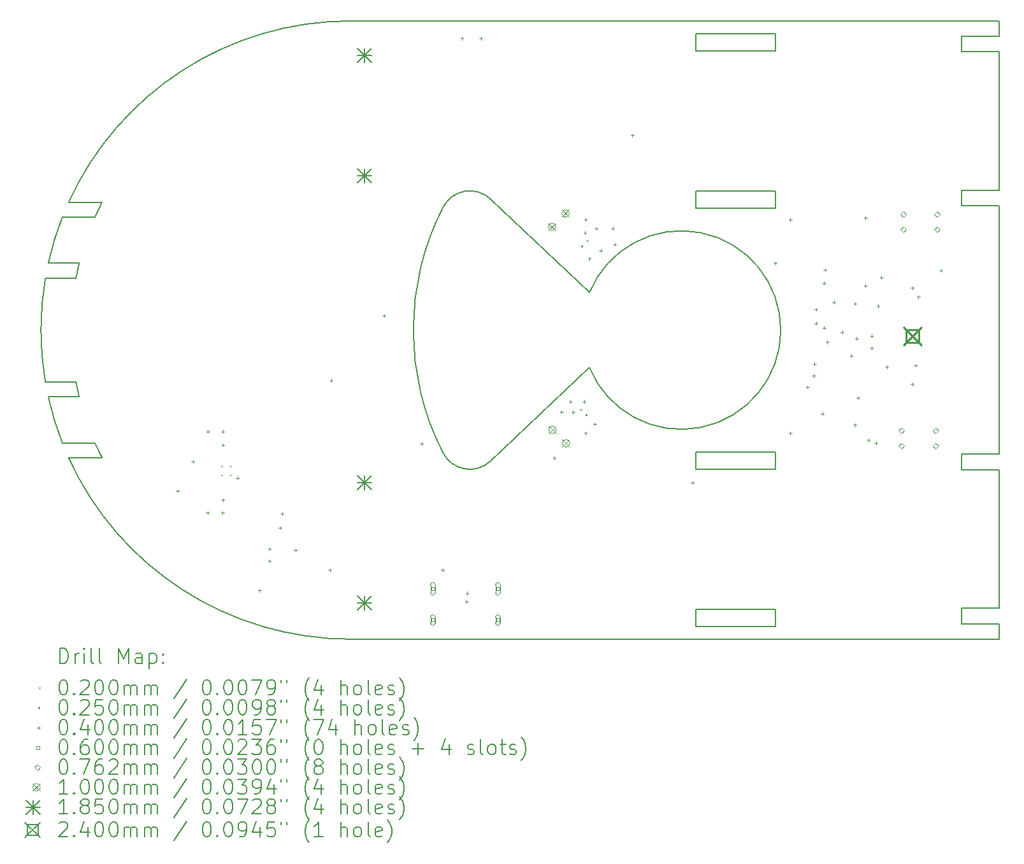
<source format=gbr>
%TF.GenerationSoftware,KiCad,Pcbnew,7.0.10-7.0.10~ubuntu22.04.1*%
%TF.CreationDate,2024-04-24T18:12:53-04:00*%
%TF.ProjectId,little_red_rover,6c697474-6c65-45f7-9265-645f726f7665,rev?*%
%TF.SameCoordinates,Original*%
%TF.FileFunction,Drillmap*%
%TF.FilePolarity,Positive*%
%FSLAX45Y45*%
G04 Gerber Fmt 4.5, Leading zero omitted, Abs format (unit mm)*
G04 Created by KiCad (PCBNEW 7.0.10-7.0.10~ubuntu22.04.1) date 2024-04-24 18:12:53*
%MOMM*%
%LPD*%
G01*
G04 APERTURE LIST*
%ADD10C,0.200000*%
%ADD11C,0.100000*%
%ADD12C,0.185000*%
%ADD13C,0.240000*%
G04 APERTURE END LIST*
D10*
X18402481Y-13700000D02*
X17342481Y-13700000D01*
X12752480Y-14100000D02*
X21372481Y-14100000D01*
X9150814Y-9100000D02*
X8740000Y-9100000D01*
X21372481Y-6290000D02*
X20872481Y-6290000D01*
X8700814Y-9300000D02*
G75*
G03*
X8700814Y-10680000I4051666J-690000D01*
G01*
X17342481Y-8140000D02*
X18402481Y-8140000D01*
X17342481Y-11610000D02*
X18402481Y-11610000D01*
X21372481Y-6080000D02*
X20872481Y-6080000D01*
X18402481Y-6050000D02*
X17342481Y-6050000D01*
X8740000Y-10880000D02*
X9150814Y-10880000D01*
X17342481Y-13700000D02*
X17342481Y-13930000D01*
X20872481Y-13690000D02*
X20872481Y-13900000D01*
X15930842Y-10490000D02*
X14616633Y-11732043D01*
X12752480Y-5880000D02*
X21372481Y-5880000D01*
X9107210Y-10680000D02*
X8700814Y-10680000D01*
X13986473Y-8355141D02*
G75*
G03*
X13986473Y-11624859I3166007J-1634859D01*
G01*
X21372481Y-11640000D02*
X20872481Y-11640000D01*
X18402481Y-11610000D02*
X18402481Y-11840000D01*
X9010542Y-11690000D02*
G75*
G03*
X12752480Y-14100000I3741938J1700000D01*
G01*
X21372481Y-11850000D02*
X20872481Y-11850000D01*
X20872481Y-13900000D02*
X21372481Y-13900000D01*
X18402481Y-8370000D02*
X18402481Y-8140000D01*
X9359237Y-11490000D02*
G75*
G03*
X9454891Y-11690000I3393283J1500020D01*
G01*
X18402481Y-13700000D02*
X18402481Y-13930000D01*
X17342481Y-11610000D02*
X17342481Y-11840000D01*
X8925981Y-11490000D02*
X9359237Y-11490000D01*
X18402481Y-6280000D02*
X18402481Y-6050000D01*
X21372481Y-14100000D02*
X21372481Y-13900000D01*
X9359237Y-8490000D02*
X8925981Y-8490000D01*
X20872481Y-11640000D02*
X20872481Y-11850000D01*
X12752480Y-5880000D02*
G75*
G03*
X9010543Y-8290000I-1J-4110000D01*
G01*
X21372481Y-13690000D02*
X20872481Y-13690000D01*
X21372481Y-8130000D02*
X21372481Y-6290000D01*
X13986466Y-11624862D02*
G75*
G03*
X14616633Y-11732043I355414J183532D01*
G01*
X15930842Y-10490000D02*
G75*
G03*
X15930842Y-9490000I1221638J500000D01*
G01*
X17342481Y-6280000D02*
X17342481Y-6050000D01*
X8739999Y-10880000D02*
G75*
G03*
X8925981Y-11490000I4012401J889980D01*
G01*
X8925982Y-8490000D02*
G75*
G03*
X8740000Y-9100000I3826548J-1500020D01*
G01*
X9454891Y-8290000D02*
G75*
G03*
X9359237Y-8490000I3297629J-1700020D01*
G01*
X9107209Y-10680000D02*
G75*
G03*
X9150814Y-10880000I3645341J690020D01*
G01*
X9010543Y-8290000D02*
X9454891Y-8290000D01*
X21372481Y-8130000D02*
X20872481Y-8130000D01*
X18402481Y-13930000D02*
X17342481Y-13930000D01*
X9010543Y-11690000D02*
X9454891Y-11690000D01*
X20872481Y-8130000D02*
X20872481Y-8340000D01*
X17342481Y-8370000D02*
X18402481Y-8370000D01*
X20872481Y-6080000D02*
X20872481Y-6290000D01*
X9150815Y-9100000D02*
G75*
G03*
X9107210Y-9300000I3601735J-890020D01*
G01*
X20872481Y-8340000D02*
X21372481Y-8340000D01*
X14616628Y-8247963D02*
G75*
G03*
X13986473Y-8355141I-274748J-290707D01*
G01*
X15930842Y-9490000D02*
X14616633Y-8247957D01*
X17342481Y-8370000D02*
X17342481Y-8140000D01*
X17342481Y-11840000D02*
X18402481Y-11840000D01*
X21372481Y-6080000D02*
X21372481Y-5880000D01*
X9107210Y-9300000D02*
X8700814Y-9300000D01*
X18402481Y-6280000D02*
X17342481Y-6280000D01*
X21372481Y-11640000D02*
X21372481Y-8340000D01*
X21372481Y-13690000D02*
X21372481Y-11850000D01*
D11*
X11037250Y-11789757D02*
X11057250Y-11809757D01*
X11057250Y-11789757D02*
X11037250Y-11809757D01*
X11037250Y-11907757D02*
X11057250Y-11927757D01*
X11057250Y-11907757D02*
X11037250Y-11927757D01*
X11155250Y-11789757D02*
X11175250Y-11809757D01*
X11175250Y-11789757D02*
X11155250Y-11809757D01*
X11155250Y-11907757D02*
X11175250Y-11927757D01*
X11175250Y-11907757D02*
X11155250Y-11927757D01*
X15833541Y-11048249D02*
G75*
G03*
X15808541Y-11048249I-12500J0D01*
G01*
X15808541Y-11048249D02*
G75*
G03*
X15833541Y-11048249I12500J0D01*
G01*
X15844754Y-8877609D02*
G75*
G03*
X15819754Y-8877609I-12500J0D01*
G01*
X15819754Y-8877609D02*
G75*
G03*
X15844754Y-8877609I12500J0D01*
G01*
X15904251Y-11118959D02*
G75*
G03*
X15879251Y-11118959I-12500J0D01*
G01*
X15879251Y-11118959D02*
G75*
G03*
X15904251Y-11118959I12500J0D01*
G01*
X15915465Y-8806899D02*
G75*
G03*
X15890465Y-8806899I-12500J0D01*
G01*
X15890465Y-8806899D02*
G75*
G03*
X15915465Y-8806899I12500J0D01*
G01*
X10457250Y-12109757D02*
X10457250Y-12149757D01*
X10437250Y-12129757D02*
X10477250Y-12129757D01*
X10660000Y-11720000D02*
X10660000Y-11760000D01*
X10640000Y-11740000D02*
X10680000Y-11740000D01*
X10857250Y-12399757D02*
X10857250Y-12439757D01*
X10837250Y-12419757D02*
X10877250Y-12419757D01*
X10860000Y-11320000D02*
X10860000Y-11360000D01*
X10840000Y-11340000D02*
X10880000Y-11340000D01*
X11057250Y-12399757D02*
X11057250Y-12439757D01*
X11037250Y-12419757D02*
X11077250Y-12419757D01*
X11060000Y-11320000D02*
X11060000Y-11360000D01*
X11040000Y-11340000D02*
X11080000Y-11340000D01*
X11060000Y-11500000D02*
X11060000Y-11540000D01*
X11040000Y-11520000D02*
X11080000Y-11520000D01*
X11060000Y-12230000D02*
X11060000Y-12270000D01*
X11040000Y-12250000D02*
X11080000Y-12250000D01*
X11254123Y-11936257D02*
X11254123Y-11976257D01*
X11234123Y-11956257D02*
X11274123Y-11956257D01*
X11546250Y-13433750D02*
X11546250Y-13473750D01*
X11526250Y-13453750D02*
X11566250Y-13453750D01*
X11680000Y-12880000D02*
X11680000Y-12920000D01*
X11660000Y-12900000D02*
X11700000Y-12900000D01*
X11680000Y-13040000D02*
X11680000Y-13080000D01*
X11660000Y-13060000D02*
X11700000Y-13060000D01*
X11820000Y-12600000D02*
X11820000Y-12640000D01*
X11800000Y-12620000D02*
X11840000Y-12620000D01*
X11847250Y-12409757D02*
X11847250Y-12449757D01*
X11827250Y-12429757D02*
X11867250Y-12429757D01*
X12023640Y-12896360D02*
X12023640Y-12936360D01*
X12003640Y-12916360D02*
X12043640Y-12916360D01*
X12480000Y-13160000D02*
X12480000Y-13200000D01*
X12460000Y-13180000D02*
X12500000Y-13180000D01*
X12500000Y-10640000D02*
X12500000Y-10680000D01*
X12480000Y-10660000D02*
X12520000Y-10660000D01*
X13200000Y-9780000D02*
X13200000Y-9820000D01*
X13180000Y-9800000D02*
X13220000Y-9800000D01*
X13700000Y-11480000D02*
X13700000Y-11520000D01*
X13680000Y-11500000D02*
X13720000Y-11500000D01*
X13980000Y-13160000D02*
X13980000Y-13200000D01*
X13960000Y-13180000D02*
X14000000Y-13180000D01*
X14237500Y-6092430D02*
X14237500Y-6132430D01*
X14217500Y-6112430D02*
X14257500Y-6112430D01*
X14300000Y-13580000D02*
X14300000Y-13620000D01*
X14280000Y-13600000D02*
X14320000Y-13600000D01*
X14304399Y-13469500D02*
X14304399Y-13509500D01*
X14284399Y-13489500D02*
X14324399Y-13489500D01*
X14487500Y-6092431D02*
X14487500Y-6132431D01*
X14467500Y-6112431D02*
X14507500Y-6112431D01*
X15464634Y-11671806D02*
X15464634Y-11711806D01*
X15444634Y-11691806D02*
X15484634Y-11691806D01*
X15560000Y-11060000D02*
X15560000Y-11100000D01*
X15540000Y-11080000D02*
X15580000Y-11080000D01*
X15680000Y-10920000D02*
X15680000Y-10960000D01*
X15660000Y-10940000D02*
X15700000Y-10940000D01*
X15712325Y-11061204D02*
X15712325Y-11101204D01*
X15692325Y-11081204D02*
X15732325Y-11081204D01*
X15860000Y-10920000D02*
X15860000Y-10960000D01*
X15840000Y-10940000D02*
X15880000Y-10940000D01*
X15870009Y-8678183D02*
X15870009Y-8718183D01*
X15850009Y-8698183D02*
X15890009Y-8698183D01*
X15880000Y-8500000D02*
X15880000Y-8540000D01*
X15860000Y-8520000D02*
X15900000Y-8520000D01*
X15880000Y-11340000D02*
X15880000Y-11380000D01*
X15860000Y-11360000D02*
X15900000Y-11360000D01*
X15930354Y-9020000D02*
X15930354Y-9060000D01*
X15910354Y-9040000D02*
X15950354Y-9040000D01*
X16000988Y-11219012D02*
X16000988Y-11259012D01*
X15980988Y-11239012D02*
X16020988Y-11239012D01*
X16020000Y-8620000D02*
X16020000Y-8660000D01*
X16000000Y-8640000D02*
X16040000Y-8640000D01*
X16079227Y-8914856D02*
X16079227Y-8954856D01*
X16059227Y-8934856D02*
X16099227Y-8934856D01*
X16240988Y-8619012D02*
X16240988Y-8659012D01*
X16220988Y-8639012D02*
X16260988Y-8639012D01*
X16267718Y-8832430D02*
X16267718Y-8872430D01*
X16247718Y-8852430D02*
X16287718Y-8852430D01*
X16500000Y-7380000D02*
X16500000Y-7420000D01*
X16480000Y-7400000D02*
X16520000Y-7400000D01*
X17300000Y-12000000D02*
X17300000Y-12040000D01*
X17280000Y-12020000D02*
X17320000Y-12020000D01*
X18400000Y-9080000D02*
X18400000Y-9120000D01*
X18380000Y-9100000D02*
X18420000Y-9100000D01*
X18600000Y-8500000D02*
X18600000Y-8540000D01*
X18580000Y-8520000D02*
X18620000Y-8520000D01*
X18600000Y-11340000D02*
X18600000Y-11380000D01*
X18580000Y-11360000D02*
X18620000Y-11360000D01*
X18829584Y-10730000D02*
X18829584Y-10770000D01*
X18809584Y-10750000D02*
X18849584Y-10750000D01*
X18913749Y-10580001D02*
X18913749Y-10620001D01*
X18893749Y-10600001D02*
X18933749Y-10600001D01*
X18920000Y-10420000D02*
X18920000Y-10460000D01*
X18900000Y-10440000D02*
X18940000Y-10440000D01*
X18940000Y-9697000D02*
X18940000Y-9737000D01*
X18920000Y-9717000D02*
X18960000Y-9717000D01*
X18940000Y-9880000D02*
X18940000Y-9920000D01*
X18920000Y-9900000D02*
X18960000Y-9900000D01*
X19027570Y-11082758D02*
X19027570Y-11122758D01*
X19007570Y-11102758D02*
X19047570Y-11102758D01*
X19050000Y-9347000D02*
X19050000Y-9387000D01*
X19030000Y-9367000D02*
X19070000Y-9367000D01*
X19050000Y-9940000D02*
X19050000Y-9980000D01*
X19030000Y-9960000D02*
X19070000Y-9960000D01*
X19060000Y-9170000D02*
X19060000Y-9210000D01*
X19040000Y-9190000D02*
X19080000Y-9190000D01*
X19090000Y-10130000D02*
X19090000Y-10170000D01*
X19070000Y-10150000D02*
X19110000Y-10150000D01*
X19180000Y-9600000D02*
X19180000Y-9640000D01*
X19160000Y-9620000D02*
X19200000Y-9620000D01*
X19290000Y-9998282D02*
X19290000Y-10038282D01*
X19270000Y-10018282D02*
X19310000Y-10018282D01*
X19410000Y-10310000D02*
X19410000Y-10350000D01*
X19390000Y-10330000D02*
X19430000Y-10330000D01*
X19458750Y-11230000D02*
X19458750Y-11270000D01*
X19438750Y-11250000D02*
X19478750Y-11250000D01*
X19460000Y-9620000D02*
X19460000Y-9660000D01*
X19440000Y-9640000D02*
X19480000Y-9640000D01*
X19479141Y-10081358D02*
X19479141Y-10121358D01*
X19459141Y-10101358D02*
X19499141Y-10101358D01*
X19500000Y-10870000D02*
X19500000Y-10910000D01*
X19480000Y-10890000D02*
X19520000Y-10890000D01*
X19600000Y-8480000D02*
X19600000Y-8520000D01*
X19580000Y-8500000D02*
X19620000Y-8500000D01*
X19600000Y-9380000D02*
X19600000Y-9420000D01*
X19580000Y-9400000D02*
X19620000Y-9400000D01*
X19639359Y-11433662D02*
X19639359Y-11473662D01*
X19619359Y-11453662D02*
X19659359Y-11453662D01*
X19680000Y-10050000D02*
X19680000Y-10090000D01*
X19660000Y-10070000D02*
X19700000Y-10070000D01*
X19680000Y-10210000D02*
X19680000Y-10250000D01*
X19660000Y-10230000D02*
X19700000Y-10230000D01*
X19737123Y-11471967D02*
X19737123Y-11511967D01*
X19717123Y-11491967D02*
X19757123Y-11491967D01*
X19765000Y-9650000D02*
X19765000Y-9690000D01*
X19745000Y-9670000D02*
X19785000Y-9670000D01*
X19810000Y-9270000D02*
X19810000Y-9310000D01*
X19790000Y-9290000D02*
X19830000Y-9290000D01*
X19880000Y-10460000D02*
X19880000Y-10500000D01*
X19860000Y-10480000D02*
X19900000Y-10480000D01*
X20220000Y-9410000D02*
X20220000Y-9450000D01*
X20200000Y-9430000D02*
X20240000Y-9430000D01*
X20220000Y-10690000D02*
X20220000Y-10730000D01*
X20200000Y-10710000D02*
X20240000Y-10710000D01*
X20261612Y-10441612D02*
X20261612Y-10481612D01*
X20241612Y-10461612D02*
X20281612Y-10461612D01*
X20301828Y-9530000D02*
X20301828Y-9570000D01*
X20281828Y-9550000D02*
X20321828Y-9550000D01*
X20600000Y-9180000D02*
X20600000Y-9220000D01*
X20580000Y-9200000D02*
X20620000Y-9200000D01*
X13869213Y-13450713D02*
X13869213Y-13408287D01*
X13826787Y-13408287D01*
X13826787Y-13450713D01*
X13869213Y-13450713D01*
X13818000Y-13374500D02*
X13818000Y-13484500D01*
X13818000Y-13484500D02*
G75*
G03*
X13878000Y-13484500I30000J0D01*
G01*
X13878000Y-13484500D02*
X13878000Y-13374500D01*
X13878000Y-13374500D02*
G75*
G03*
X13818000Y-13374500I-30000J0D01*
G01*
X13869213Y-13868713D02*
X13869213Y-13826287D01*
X13826787Y-13826287D01*
X13826787Y-13868713D01*
X13869213Y-13868713D01*
X13818000Y-13807500D02*
X13818000Y-13887500D01*
X13818000Y-13887500D02*
G75*
G03*
X13878000Y-13887500I30000J0D01*
G01*
X13878000Y-13887500D02*
X13878000Y-13807500D01*
X13878000Y-13807500D02*
G75*
G03*
X13818000Y-13807500I-30000J0D01*
G01*
X14733213Y-13450713D02*
X14733213Y-13408287D01*
X14690787Y-13408287D01*
X14690787Y-13450713D01*
X14733213Y-13450713D01*
X14682000Y-13374500D02*
X14682000Y-13484500D01*
X14682000Y-13484500D02*
G75*
G03*
X14742000Y-13484500I30000J0D01*
G01*
X14742000Y-13484500D02*
X14742000Y-13374500D01*
X14742000Y-13374500D02*
G75*
G03*
X14682000Y-13374500I-30000J0D01*
G01*
X14733213Y-13868713D02*
X14733213Y-13826287D01*
X14690787Y-13826287D01*
X14690787Y-13868713D01*
X14733213Y-13868713D01*
X14682000Y-13807500D02*
X14682000Y-13887500D01*
X14682000Y-13887500D02*
G75*
G03*
X14742000Y-13887500I30000J0D01*
G01*
X14742000Y-13887500D02*
X14742000Y-13807500D01*
X14742000Y-13807500D02*
G75*
G03*
X14682000Y-13807500I-30000J0D01*
G01*
X20078115Y-11366840D02*
X20116215Y-11328740D01*
X20078115Y-11290640D01*
X20040015Y-11328740D01*
X20078115Y-11366840D01*
X20078115Y-11566840D02*
X20116215Y-11528740D01*
X20078115Y-11490640D01*
X20040015Y-11528740D01*
X20078115Y-11566840D01*
X20101885Y-8489360D02*
X20139985Y-8451260D01*
X20101885Y-8413160D01*
X20063785Y-8451260D01*
X20101885Y-8489360D01*
X20101885Y-8689360D02*
X20139985Y-8651260D01*
X20101885Y-8613160D01*
X20063785Y-8651260D01*
X20101885Y-8689360D01*
X20528115Y-11366840D02*
X20566215Y-11328740D01*
X20528115Y-11290640D01*
X20490015Y-11328740D01*
X20528115Y-11366840D01*
X20528115Y-11566840D02*
X20566215Y-11528740D01*
X20528115Y-11490640D01*
X20490015Y-11528740D01*
X20528115Y-11566840D01*
X20551885Y-8489360D02*
X20589985Y-8451260D01*
X20551885Y-8413160D01*
X20513785Y-8451260D01*
X20551885Y-8489360D01*
X20551885Y-8689360D02*
X20589985Y-8651260D01*
X20551885Y-8613160D01*
X20513785Y-8651260D01*
X20551885Y-8689360D01*
X15383446Y-8568808D02*
X15483446Y-8668808D01*
X15483446Y-8568808D02*
X15383446Y-8668808D01*
X15483446Y-8618808D02*
G75*
G03*
X15383446Y-8618808I-50000J0D01*
G01*
X15383446Y-8618808D02*
G75*
G03*
X15483446Y-8618808I50000J0D01*
G01*
X15389203Y-11266949D02*
X15489203Y-11366949D01*
X15489203Y-11266949D02*
X15389203Y-11366949D01*
X15489203Y-11316949D02*
G75*
G03*
X15389203Y-11316949I-50000J0D01*
G01*
X15389203Y-11316949D02*
G75*
G03*
X15489203Y-11316949I50000J0D01*
G01*
X15563051Y-8389203D02*
X15663051Y-8489203D01*
X15663051Y-8389203D02*
X15563051Y-8489203D01*
X15663051Y-8439203D02*
G75*
G03*
X15563051Y-8439203I-50000J0D01*
G01*
X15563051Y-8439203D02*
G75*
G03*
X15663051Y-8439203I50000J0D01*
G01*
X15568808Y-11446554D02*
X15668808Y-11546554D01*
X15668808Y-11446554D02*
X15568808Y-11546554D01*
X15668808Y-11496554D02*
G75*
G03*
X15568808Y-11496554I-50000J0D01*
G01*
X15568808Y-11496554D02*
G75*
G03*
X15668808Y-11496554I50000J0D01*
G01*
D12*
X12847500Y-6247500D02*
X13032500Y-6432500D01*
X13032500Y-6247500D02*
X12847500Y-6432500D01*
X12940000Y-6247500D02*
X12940000Y-6432500D01*
X12847500Y-6340000D02*
X13032500Y-6340000D01*
X12847500Y-7848500D02*
X13032500Y-8033500D01*
X13032500Y-7848500D02*
X12847500Y-8033500D01*
X12940000Y-7848500D02*
X12940000Y-8033500D01*
X12847500Y-7941000D02*
X13032500Y-7941000D01*
X12847500Y-11927500D02*
X13032500Y-12112500D01*
X13032500Y-11927500D02*
X12847500Y-12112500D01*
X12940000Y-11927500D02*
X12940000Y-12112500D01*
X12847500Y-12020000D02*
X13032500Y-12020000D01*
X12847500Y-13528500D02*
X13032500Y-13713500D01*
X13032500Y-13528500D02*
X12847500Y-13713500D01*
X12940000Y-13528500D02*
X12940000Y-13713500D01*
X12847500Y-13621000D02*
X13032500Y-13621000D01*
D13*
X20100000Y-9950000D02*
X20340000Y-10190000D01*
X20340000Y-9950000D02*
X20100000Y-10190000D01*
X20304854Y-10154854D02*
X20304854Y-9985146D01*
X20135146Y-9985146D01*
X20135146Y-10154854D01*
X20304854Y-10154854D01*
D10*
X8893257Y-14421484D02*
X8893257Y-14221484D01*
X8893257Y-14221484D02*
X8940876Y-14221484D01*
X8940876Y-14221484D02*
X8969448Y-14231008D01*
X8969448Y-14231008D02*
X8988495Y-14250055D01*
X8988495Y-14250055D02*
X8998019Y-14269103D01*
X8998019Y-14269103D02*
X9007543Y-14307198D01*
X9007543Y-14307198D02*
X9007543Y-14335769D01*
X9007543Y-14335769D02*
X8998019Y-14373865D01*
X8998019Y-14373865D02*
X8988495Y-14392912D01*
X8988495Y-14392912D02*
X8969448Y-14411960D01*
X8969448Y-14411960D02*
X8940876Y-14421484D01*
X8940876Y-14421484D02*
X8893257Y-14421484D01*
X9093257Y-14421484D02*
X9093257Y-14288150D01*
X9093257Y-14326246D02*
X9102781Y-14307198D01*
X9102781Y-14307198D02*
X9112305Y-14297674D01*
X9112305Y-14297674D02*
X9131353Y-14288150D01*
X9131353Y-14288150D02*
X9150400Y-14288150D01*
X9217067Y-14421484D02*
X9217067Y-14288150D01*
X9217067Y-14221484D02*
X9207543Y-14231008D01*
X9207543Y-14231008D02*
X9217067Y-14240531D01*
X9217067Y-14240531D02*
X9226591Y-14231008D01*
X9226591Y-14231008D02*
X9217067Y-14221484D01*
X9217067Y-14221484D02*
X9217067Y-14240531D01*
X9340876Y-14421484D02*
X9321829Y-14411960D01*
X9321829Y-14411960D02*
X9312305Y-14392912D01*
X9312305Y-14392912D02*
X9312305Y-14221484D01*
X9445638Y-14421484D02*
X9426591Y-14411960D01*
X9426591Y-14411960D02*
X9417067Y-14392912D01*
X9417067Y-14392912D02*
X9417067Y-14221484D01*
X9674210Y-14421484D02*
X9674210Y-14221484D01*
X9674210Y-14221484D02*
X9740876Y-14364341D01*
X9740876Y-14364341D02*
X9807543Y-14221484D01*
X9807543Y-14221484D02*
X9807543Y-14421484D01*
X9988495Y-14421484D02*
X9988495Y-14316722D01*
X9988495Y-14316722D02*
X9978972Y-14297674D01*
X9978972Y-14297674D02*
X9959924Y-14288150D01*
X9959924Y-14288150D02*
X9921829Y-14288150D01*
X9921829Y-14288150D02*
X9902781Y-14297674D01*
X9988495Y-14411960D02*
X9969448Y-14421484D01*
X9969448Y-14421484D02*
X9921829Y-14421484D01*
X9921829Y-14421484D02*
X9902781Y-14411960D01*
X9902781Y-14411960D02*
X9893257Y-14392912D01*
X9893257Y-14392912D02*
X9893257Y-14373865D01*
X9893257Y-14373865D02*
X9902781Y-14354817D01*
X9902781Y-14354817D02*
X9921829Y-14345293D01*
X9921829Y-14345293D02*
X9969448Y-14345293D01*
X9969448Y-14345293D02*
X9988495Y-14335769D01*
X10083734Y-14288150D02*
X10083734Y-14488150D01*
X10083734Y-14297674D02*
X10102781Y-14288150D01*
X10102781Y-14288150D02*
X10140876Y-14288150D01*
X10140876Y-14288150D02*
X10159924Y-14297674D01*
X10159924Y-14297674D02*
X10169448Y-14307198D01*
X10169448Y-14307198D02*
X10178972Y-14326246D01*
X10178972Y-14326246D02*
X10178972Y-14383388D01*
X10178972Y-14383388D02*
X10169448Y-14402436D01*
X10169448Y-14402436D02*
X10159924Y-14411960D01*
X10159924Y-14411960D02*
X10140876Y-14421484D01*
X10140876Y-14421484D02*
X10102781Y-14421484D01*
X10102781Y-14421484D02*
X10083734Y-14411960D01*
X10264686Y-14402436D02*
X10274210Y-14411960D01*
X10274210Y-14411960D02*
X10264686Y-14421484D01*
X10264686Y-14421484D02*
X10255162Y-14411960D01*
X10255162Y-14411960D02*
X10264686Y-14402436D01*
X10264686Y-14402436D02*
X10264686Y-14421484D01*
X10264686Y-14297674D02*
X10274210Y-14307198D01*
X10274210Y-14307198D02*
X10264686Y-14316722D01*
X10264686Y-14316722D02*
X10255162Y-14307198D01*
X10255162Y-14307198D02*
X10264686Y-14297674D01*
X10264686Y-14297674D02*
X10264686Y-14316722D01*
D11*
X8612481Y-14740000D02*
X8632481Y-14760000D01*
X8632481Y-14740000D02*
X8612481Y-14760000D01*
D10*
X8931353Y-14641484D02*
X8950400Y-14641484D01*
X8950400Y-14641484D02*
X8969448Y-14651008D01*
X8969448Y-14651008D02*
X8978972Y-14660531D01*
X8978972Y-14660531D02*
X8988495Y-14679579D01*
X8988495Y-14679579D02*
X8998019Y-14717674D01*
X8998019Y-14717674D02*
X8998019Y-14765293D01*
X8998019Y-14765293D02*
X8988495Y-14803388D01*
X8988495Y-14803388D02*
X8978972Y-14822436D01*
X8978972Y-14822436D02*
X8969448Y-14831960D01*
X8969448Y-14831960D02*
X8950400Y-14841484D01*
X8950400Y-14841484D02*
X8931353Y-14841484D01*
X8931353Y-14841484D02*
X8912305Y-14831960D01*
X8912305Y-14831960D02*
X8902781Y-14822436D01*
X8902781Y-14822436D02*
X8893257Y-14803388D01*
X8893257Y-14803388D02*
X8883734Y-14765293D01*
X8883734Y-14765293D02*
X8883734Y-14717674D01*
X8883734Y-14717674D02*
X8893257Y-14679579D01*
X8893257Y-14679579D02*
X8902781Y-14660531D01*
X8902781Y-14660531D02*
X8912305Y-14651008D01*
X8912305Y-14651008D02*
X8931353Y-14641484D01*
X9083734Y-14822436D02*
X9093257Y-14831960D01*
X9093257Y-14831960D02*
X9083734Y-14841484D01*
X9083734Y-14841484D02*
X9074210Y-14831960D01*
X9074210Y-14831960D02*
X9083734Y-14822436D01*
X9083734Y-14822436D02*
X9083734Y-14841484D01*
X9169448Y-14660531D02*
X9178972Y-14651008D01*
X9178972Y-14651008D02*
X9198019Y-14641484D01*
X9198019Y-14641484D02*
X9245638Y-14641484D01*
X9245638Y-14641484D02*
X9264686Y-14651008D01*
X9264686Y-14651008D02*
X9274210Y-14660531D01*
X9274210Y-14660531D02*
X9283734Y-14679579D01*
X9283734Y-14679579D02*
X9283734Y-14698627D01*
X9283734Y-14698627D02*
X9274210Y-14727198D01*
X9274210Y-14727198D02*
X9159924Y-14841484D01*
X9159924Y-14841484D02*
X9283734Y-14841484D01*
X9407543Y-14641484D02*
X9426591Y-14641484D01*
X9426591Y-14641484D02*
X9445638Y-14651008D01*
X9445638Y-14651008D02*
X9455162Y-14660531D01*
X9455162Y-14660531D02*
X9464686Y-14679579D01*
X9464686Y-14679579D02*
X9474210Y-14717674D01*
X9474210Y-14717674D02*
X9474210Y-14765293D01*
X9474210Y-14765293D02*
X9464686Y-14803388D01*
X9464686Y-14803388D02*
X9455162Y-14822436D01*
X9455162Y-14822436D02*
X9445638Y-14831960D01*
X9445638Y-14831960D02*
X9426591Y-14841484D01*
X9426591Y-14841484D02*
X9407543Y-14841484D01*
X9407543Y-14841484D02*
X9388495Y-14831960D01*
X9388495Y-14831960D02*
X9378972Y-14822436D01*
X9378972Y-14822436D02*
X9369448Y-14803388D01*
X9369448Y-14803388D02*
X9359924Y-14765293D01*
X9359924Y-14765293D02*
X9359924Y-14717674D01*
X9359924Y-14717674D02*
X9369448Y-14679579D01*
X9369448Y-14679579D02*
X9378972Y-14660531D01*
X9378972Y-14660531D02*
X9388495Y-14651008D01*
X9388495Y-14651008D02*
X9407543Y-14641484D01*
X9598019Y-14641484D02*
X9617067Y-14641484D01*
X9617067Y-14641484D02*
X9636115Y-14651008D01*
X9636115Y-14651008D02*
X9645638Y-14660531D01*
X9645638Y-14660531D02*
X9655162Y-14679579D01*
X9655162Y-14679579D02*
X9664686Y-14717674D01*
X9664686Y-14717674D02*
X9664686Y-14765293D01*
X9664686Y-14765293D02*
X9655162Y-14803388D01*
X9655162Y-14803388D02*
X9645638Y-14822436D01*
X9645638Y-14822436D02*
X9636115Y-14831960D01*
X9636115Y-14831960D02*
X9617067Y-14841484D01*
X9617067Y-14841484D02*
X9598019Y-14841484D01*
X9598019Y-14841484D02*
X9578972Y-14831960D01*
X9578972Y-14831960D02*
X9569448Y-14822436D01*
X9569448Y-14822436D02*
X9559924Y-14803388D01*
X9559924Y-14803388D02*
X9550400Y-14765293D01*
X9550400Y-14765293D02*
X9550400Y-14717674D01*
X9550400Y-14717674D02*
X9559924Y-14679579D01*
X9559924Y-14679579D02*
X9569448Y-14660531D01*
X9569448Y-14660531D02*
X9578972Y-14651008D01*
X9578972Y-14651008D02*
X9598019Y-14641484D01*
X9750400Y-14841484D02*
X9750400Y-14708150D01*
X9750400Y-14727198D02*
X9759924Y-14717674D01*
X9759924Y-14717674D02*
X9778972Y-14708150D01*
X9778972Y-14708150D02*
X9807543Y-14708150D01*
X9807543Y-14708150D02*
X9826591Y-14717674D01*
X9826591Y-14717674D02*
X9836115Y-14736722D01*
X9836115Y-14736722D02*
X9836115Y-14841484D01*
X9836115Y-14736722D02*
X9845638Y-14717674D01*
X9845638Y-14717674D02*
X9864686Y-14708150D01*
X9864686Y-14708150D02*
X9893257Y-14708150D01*
X9893257Y-14708150D02*
X9912305Y-14717674D01*
X9912305Y-14717674D02*
X9921829Y-14736722D01*
X9921829Y-14736722D02*
X9921829Y-14841484D01*
X10017067Y-14841484D02*
X10017067Y-14708150D01*
X10017067Y-14727198D02*
X10026591Y-14717674D01*
X10026591Y-14717674D02*
X10045638Y-14708150D01*
X10045638Y-14708150D02*
X10074210Y-14708150D01*
X10074210Y-14708150D02*
X10093257Y-14717674D01*
X10093257Y-14717674D02*
X10102781Y-14736722D01*
X10102781Y-14736722D02*
X10102781Y-14841484D01*
X10102781Y-14736722D02*
X10112305Y-14717674D01*
X10112305Y-14717674D02*
X10131353Y-14708150D01*
X10131353Y-14708150D02*
X10159924Y-14708150D01*
X10159924Y-14708150D02*
X10178972Y-14717674D01*
X10178972Y-14717674D02*
X10188496Y-14736722D01*
X10188496Y-14736722D02*
X10188496Y-14841484D01*
X10578972Y-14631960D02*
X10407543Y-14889103D01*
X10836115Y-14641484D02*
X10855162Y-14641484D01*
X10855162Y-14641484D02*
X10874210Y-14651008D01*
X10874210Y-14651008D02*
X10883734Y-14660531D01*
X10883734Y-14660531D02*
X10893258Y-14679579D01*
X10893258Y-14679579D02*
X10902781Y-14717674D01*
X10902781Y-14717674D02*
X10902781Y-14765293D01*
X10902781Y-14765293D02*
X10893258Y-14803388D01*
X10893258Y-14803388D02*
X10883734Y-14822436D01*
X10883734Y-14822436D02*
X10874210Y-14831960D01*
X10874210Y-14831960D02*
X10855162Y-14841484D01*
X10855162Y-14841484D02*
X10836115Y-14841484D01*
X10836115Y-14841484D02*
X10817067Y-14831960D01*
X10817067Y-14831960D02*
X10807543Y-14822436D01*
X10807543Y-14822436D02*
X10798019Y-14803388D01*
X10798019Y-14803388D02*
X10788496Y-14765293D01*
X10788496Y-14765293D02*
X10788496Y-14717674D01*
X10788496Y-14717674D02*
X10798019Y-14679579D01*
X10798019Y-14679579D02*
X10807543Y-14660531D01*
X10807543Y-14660531D02*
X10817067Y-14651008D01*
X10817067Y-14651008D02*
X10836115Y-14641484D01*
X10988496Y-14822436D02*
X10998019Y-14831960D01*
X10998019Y-14831960D02*
X10988496Y-14841484D01*
X10988496Y-14841484D02*
X10978972Y-14831960D01*
X10978972Y-14831960D02*
X10988496Y-14822436D01*
X10988496Y-14822436D02*
X10988496Y-14841484D01*
X11121829Y-14641484D02*
X11140877Y-14641484D01*
X11140877Y-14641484D02*
X11159924Y-14651008D01*
X11159924Y-14651008D02*
X11169448Y-14660531D01*
X11169448Y-14660531D02*
X11178972Y-14679579D01*
X11178972Y-14679579D02*
X11188496Y-14717674D01*
X11188496Y-14717674D02*
X11188496Y-14765293D01*
X11188496Y-14765293D02*
X11178972Y-14803388D01*
X11178972Y-14803388D02*
X11169448Y-14822436D01*
X11169448Y-14822436D02*
X11159924Y-14831960D01*
X11159924Y-14831960D02*
X11140877Y-14841484D01*
X11140877Y-14841484D02*
X11121829Y-14841484D01*
X11121829Y-14841484D02*
X11102781Y-14831960D01*
X11102781Y-14831960D02*
X11093258Y-14822436D01*
X11093258Y-14822436D02*
X11083734Y-14803388D01*
X11083734Y-14803388D02*
X11074210Y-14765293D01*
X11074210Y-14765293D02*
X11074210Y-14717674D01*
X11074210Y-14717674D02*
X11083734Y-14679579D01*
X11083734Y-14679579D02*
X11093258Y-14660531D01*
X11093258Y-14660531D02*
X11102781Y-14651008D01*
X11102781Y-14651008D02*
X11121829Y-14641484D01*
X11312305Y-14641484D02*
X11331353Y-14641484D01*
X11331353Y-14641484D02*
X11350400Y-14651008D01*
X11350400Y-14651008D02*
X11359924Y-14660531D01*
X11359924Y-14660531D02*
X11369448Y-14679579D01*
X11369448Y-14679579D02*
X11378972Y-14717674D01*
X11378972Y-14717674D02*
X11378972Y-14765293D01*
X11378972Y-14765293D02*
X11369448Y-14803388D01*
X11369448Y-14803388D02*
X11359924Y-14822436D01*
X11359924Y-14822436D02*
X11350400Y-14831960D01*
X11350400Y-14831960D02*
X11331353Y-14841484D01*
X11331353Y-14841484D02*
X11312305Y-14841484D01*
X11312305Y-14841484D02*
X11293257Y-14831960D01*
X11293257Y-14831960D02*
X11283734Y-14822436D01*
X11283734Y-14822436D02*
X11274210Y-14803388D01*
X11274210Y-14803388D02*
X11264686Y-14765293D01*
X11264686Y-14765293D02*
X11264686Y-14717674D01*
X11264686Y-14717674D02*
X11274210Y-14679579D01*
X11274210Y-14679579D02*
X11283734Y-14660531D01*
X11283734Y-14660531D02*
X11293257Y-14651008D01*
X11293257Y-14651008D02*
X11312305Y-14641484D01*
X11445638Y-14641484D02*
X11578972Y-14641484D01*
X11578972Y-14641484D02*
X11493257Y-14841484D01*
X11664686Y-14841484D02*
X11702781Y-14841484D01*
X11702781Y-14841484D02*
X11721829Y-14831960D01*
X11721829Y-14831960D02*
X11731353Y-14822436D01*
X11731353Y-14822436D02*
X11750400Y-14793865D01*
X11750400Y-14793865D02*
X11759924Y-14755769D01*
X11759924Y-14755769D02*
X11759924Y-14679579D01*
X11759924Y-14679579D02*
X11750400Y-14660531D01*
X11750400Y-14660531D02*
X11740877Y-14651008D01*
X11740877Y-14651008D02*
X11721829Y-14641484D01*
X11721829Y-14641484D02*
X11683734Y-14641484D01*
X11683734Y-14641484D02*
X11664686Y-14651008D01*
X11664686Y-14651008D02*
X11655162Y-14660531D01*
X11655162Y-14660531D02*
X11645638Y-14679579D01*
X11645638Y-14679579D02*
X11645638Y-14727198D01*
X11645638Y-14727198D02*
X11655162Y-14746246D01*
X11655162Y-14746246D02*
X11664686Y-14755769D01*
X11664686Y-14755769D02*
X11683734Y-14765293D01*
X11683734Y-14765293D02*
X11721829Y-14765293D01*
X11721829Y-14765293D02*
X11740877Y-14755769D01*
X11740877Y-14755769D02*
X11750400Y-14746246D01*
X11750400Y-14746246D02*
X11759924Y-14727198D01*
X11836115Y-14641484D02*
X11836115Y-14679579D01*
X11912305Y-14641484D02*
X11912305Y-14679579D01*
X12207543Y-14917674D02*
X12198019Y-14908150D01*
X12198019Y-14908150D02*
X12178972Y-14879579D01*
X12178972Y-14879579D02*
X12169448Y-14860531D01*
X12169448Y-14860531D02*
X12159924Y-14831960D01*
X12159924Y-14831960D02*
X12150400Y-14784341D01*
X12150400Y-14784341D02*
X12150400Y-14746246D01*
X12150400Y-14746246D02*
X12159924Y-14698627D01*
X12159924Y-14698627D02*
X12169448Y-14670055D01*
X12169448Y-14670055D02*
X12178972Y-14651008D01*
X12178972Y-14651008D02*
X12198019Y-14622436D01*
X12198019Y-14622436D02*
X12207543Y-14612912D01*
X12369448Y-14708150D02*
X12369448Y-14841484D01*
X12321829Y-14631960D02*
X12274210Y-14774817D01*
X12274210Y-14774817D02*
X12398019Y-14774817D01*
X12626591Y-14841484D02*
X12626591Y-14641484D01*
X12712305Y-14841484D02*
X12712305Y-14736722D01*
X12712305Y-14736722D02*
X12702781Y-14717674D01*
X12702781Y-14717674D02*
X12683734Y-14708150D01*
X12683734Y-14708150D02*
X12655162Y-14708150D01*
X12655162Y-14708150D02*
X12636115Y-14717674D01*
X12636115Y-14717674D02*
X12626591Y-14727198D01*
X12836115Y-14841484D02*
X12817067Y-14831960D01*
X12817067Y-14831960D02*
X12807543Y-14822436D01*
X12807543Y-14822436D02*
X12798020Y-14803388D01*
X12798020Y-14803388D02*
X12798020Y-14746246D01*
X12798020Y-14746246D02*
X12807543Y-14727198D01*
X12807543Y-14727198D02*
X12817067Y-14717674D01*
X12817067Y-14717674D02*
X12836115Y-14708150D01*
X12836115Y-14708150D02*
X12864686Y-14708150D01*
X12864686Y-14708150D02*
X12883734Y-14717674D01*
X12883734Y-14717674D02*
X12893258Y-14727198D01*
X12893258Y-14727198D02*
X12902781Y-14746246D01*
X12902781Y-14746246D02*
X12902781Y-14803388D01*
X12902781Y-14803388D02*
X12893258Y-14822436D01*
X12893258Y-14822436D02*
X12883734Y-14831960D01*
X12883734Y-14831960D02*
X12864686Y-14841484D01*
X12864686Y-14841484D02*
X12836115Y-14841484D01*
X13017067Y-14841484D02*
X12998020Y-14831960D01*
X12998020Y-14831960D02*
X12988496Y-14812912D01*
X12988496Y-14812912D02*
X12988496Y-14641484D01*
X13169448Y-14831960D02*
X13150401Y-14841484D01*
X13150401Y-14841484D02*
X13112305Y-14841484D01*
X13112305Y-14841484D02*
X13093258Y-14831960D01*
X13093258Y-14831960D02*
X13083734Y-14812912D01*
X13083734Y-14812912D02*
X13083734Y-14736722D01*
X13083734Y-14736722D02*
X13093258Y-14717674D01*
X13093258Y-14717674D02*
X13112305Y-14708150D01*
X13112305Y-14708150D02*
X13150401Y-14708150D01*
X13150401Y-14708150D02*
X13169448Y-14717674D01*
X13169448Y-14717674D02*
X13178972Y-14736722D01*
X13178972Y-14736722D02*
X13178972Y-14755769D01*
X13178972Y-14755769D02*
X13083734Y-14774817D01*
X13255162Y-14831960D02*
X13274210Y-14841484D01*
X13274210Y-14841484D02*
X13312305Y-14841484D01*
X13312305Y-14841484D02*
X13331353Y-14831960D01*
X13331353Y-14831960D02*
X13340877Y-14812912D01*
X13340877Y-14812912D02*
X13340877Y-14803388D01*
X13340877Y-14803388D02*
X13331353Y-14784341D01*
X13331353Y-14784341D02*
X13312305Y-14774817D01*
X13312305Y-14774817D02*
X13283734Y-14774817D01*
X13283734Y-14774817D02*
X13264686Y-14765293D01*
X13264686Y-14765293D02*
X13255162Y-14746246D01*
X13255162Y-14746246D02*
X13255162Y-14736722D01*
X13255162Y-14736722D02*
X13264686Y-14717674D01*
X13264686Y-14717674D02*
X13283734Y-14708150D01*
X13283734Y-14708150D02*
X13312305Y-14708150D01*
X13312305Y-14708150D02*
X13331353Y-14717674D01*
X13407543Y-14917674D02*
X13417067Y-14908150D01*
X13417067Y-14908150D02*
X13436115Y-14879579D01*
X13436115Y-14879579D02*
X13445639Y-14860531D01*
X13445639Y-14860531D02*
X13455162Y-14831960D01*
X13455162Y-14831960D02*
X13464686Y-14784341D01*
X13464686Y-14784341D02*
X13464686Y-14746246D01*
X13464686Y-14746246D02*
X13455162Y-14698627D01*
X13455162Y-14698627D02*
X13445639Y-14670055D01*
X13445639Y-14670055D02*
X13436115Y-14651008D01*
X13436115Y-14651008D02*
X13417067Y-14622436D01*
X13417067Y-14622436D02*
X13407543Y-14612912D01*
D11*
X8632481Y-15014000D02*
G75*
G03*
X8607481Y-15014000I-12500J0D01*
G01*
X8607481Y-15014000D02*
G75*
G03*
X8632481Y-15014000I12500J0D01*
G01*
D10*
X8931353Y-14905484D02*
X8950400Y-14905484D01*
X8950400Y-14905484D02*
X8969448Y-14915008D01*
X8969448Y-14915008D02*
X8978972Y-14924531D01*
X8978972Y-14924531D02*
X8988495Y-14943579D01*
X8988495Y-14943579D02*
X8998019Y-14981674D01*
X8998019Y-14981674D02*
X8998019Y-15029293D01*
X8998019Y-15029293D02*
X8988495Y-15067388D01*
X8988495Y-15067388D02*
X8978972Y-15086436D01*
X8978972Y-15086436D02*
X8969448Y-15095960D01*
X8969448Y-15095960D02*
X8950400Y-15105484D01*
X8950400Y-15105484D02*
X8931353Y-15105484D01*
X8931353Y-15105484D02*
X8912305Y-15095960D01*
X8912305Y-15095960D02*
X8902781Y-15086436D01*
X8902781Y-15086436D02*
X8893257Y-15067388D01*
X8893257Y-15067388D02*
X8883734Y-15029293D01*
X8883734Y-15029293D02*
X8883734Y-14981674D01*
X8883734Y-14981674D02*
X8893257Y-14943579D01*
X8893257Y-14943579D02*
X8902781Y-14924531D01*
X8902781Y-14924531D02*
X8912305Y-14915008D01*
X8912305Y-14915008D02*
X8931353Y-14905484D01*
X9083734Y-15086436D02*
X9093257Y-15095960D01*
X9093257Y-15095960D02*
X9083734Y-15105484D01*
X9083734Y-15105484D02*
X9074210Y-15095960D01*
X9074210Y-15095960D02*
X9083734Y-15086436D01*
X9083734Y-15086436D02*
X9083734Y-15105484D01*
X9169448Y-14924531D02*
X9178972Y-14915008D01*
X9178972Y-14915008D02*
X9198019Y-14905484D01*
X9198019Y-14905484D02*
X9245638Y-14905484D01*
X9245638Y-14905484D02*
X9264686Y-14915008D01*
X9264686Y-14915008D02*
X9274210Y-14924531D01*
X9274210Y-14924531D02*
X9283734Y-14943579D01*
X9283734Y-14943579D02*
X9283734Y-14962627D01*
X9283734Y-14962627D02*
X9274210Y-14991198D01*
X9274210Y-14991198D02*
X9159924Y-15105484D01*
X9159924Y-15105484D02*
X9283734Y-15105484D01*
X9464686Y-14905484D02*
X9369448Y-14905484D01*
X9369448Y-14905484D02*
X9359924Y-15000722D01*
X9359924Y-15000722D02*
X9369448Y-14991198D01*
X9369448Y-14991198D02*
X9388495Y-14981674D01*
X9388495Y-14981674D02*
X9436115Y-14981674D01*
X9436115Y-14981674D02*
X9455162Y-14991198D01*
X9455162Y-14991198D02*
X9464686Y-15000722D01*
X9464686Y-15000722D02*
X9474210Y-15019769D01*
X9474210Y-15019769D02*
X9474210Y-15067388D01*
X9474210Y-15067388D02*
X9464686Y-15086436D01*
X9464686Y-15086436D02*
X9455162Y-15095960D01*
X9455162Y-15095960D02*
X9436115Y-15105484D01*
X9436115Y-15105484D02*
X9388495Y-15105484D01*
X9388495Y-15105484D02*
X9369448Y-15095960D01*
X9369448Y-15095960D02*
X9359924Y-15086436D01*
X9598019Y-14905484D02*
X9617067Y-14905484D01*
X9617067Y-14905484D02*
X9636115Y-14915008D01*
X9636115Y-14915008D02*
X9645638Y-14924531D01*
X9645638Y-14924531D02*
X9655162Y-14943579D01*
X9655162Y-14943579D02*
X9664686Y-14981674D01*
X9664686Y-14981674D02*
X9664686Y-15029293D01*
X9664686Y-15029293D02*
X9655162Y-15067388D01*
X9655162Y-15067388D02*
X9645638Y-15086436D01*
X9645638Y-15086436D02*
X9636115Y-15095960D01*
X9636115Y-15095960D02*
X9617067Y-15105484D01*
X9617067Y-15105484D02*
X9598019Y-15105484D01*
X9598019Y-15105484D02*
X9578972Y-15095960D01*
X9578972Y-15095960D02*
X9569448Y-15086436D01*
X9569448Y-15086436D02*
X9559924Y-15067388D01*
X9559924Y-15067388D02*
X9550400Y-15029293D01*
X9550400Y-15029293D02*
X9550400Y-14981674D01*
X9550400Y-14981674D02*
X9559924Y-14943579D01*
X9559924Y-14943579D02*
X9569448Y-14924531D01*
X9569448Y-14924531D02*
X9578972Y-14915008D01*
X9578972Y-14915008D02*
X9598019Y-14905484D01*
X9750400Y-15105484D02*
X9750400Y-14972150D01*
X9750400Y-14991198D02*
X9759924Y-14981674D01*
X9759924Y-14981674D02*
X9778972Y-14972150D01*
X9778972Y-14972150D02*
X9807543Y-14972150D01*
X9807543Y-14972150D02*
X9826591Y-14981674D01*
X9826591Y-14981674D02*
X9836115Y-15000722D01*
X9836115Y-15000722D02*
X9836115Y-15105484D01*
X9836115Y-15000722D02*
X9845638Y-14981674D01*
X9845638Y-14981674D02*
X9864686Y-14972150D01*
X9864686Y-14972150D02*
X9893257Y-14972150D01*
X9893257Y-14972150D02*
X9912305Y-14981674D01*
X9912305Y-14981674D02*
X9921829Y-15000722D01*
X9921829Y-15000722D02*
X9921829Y-15105484D01*
X10017067Y-15105484D02*
X10017067Y-14972150D01*
X10017067Y-14991198D02*
X10026591Y-14981674D01*
X10026591Y-14981674D02*
X10045638Y-14972150D01*
X10045638Y-14972150D02*
X10074210Y-14972150D01*
X10074210Y-14972150D02*
X10093257Y-14981674D01*
X10093257Y-14981674D02*
X10102781Y-15000722D01*
X10102781Y-15000722D02*
X10102781Y-15105484D01*
X10102781Y-15000722D02*
X10112305Y-14981674D01*
X10112305Y-14981674D02*
X10131353Y-14972150D01*
X10131353Y-14972150D02*
X10159924Y-14972150D01*
X10159924Y-14972150D02*
X10178972Y-14981674D01*
X10178972Y-14981674D02*
X10188496Y-15000722D01*
X10188496Y-15000722D02*
X10188496Y-15105484D01*
X10578972Y-14895960D02*
X10407543Y-15153103D01*
X10836115Y-14905484D02*
X10855162Y-14905484D01*
X10855162Y-14905484D02*
X10874210Y-14915008D01*
X10874210Y-14915008D02*
X10883734Y-14924531D01*
X10883734Y-14924531D02*
X10893258Y-14943579D01*
X10893258Y-14943579D02*
X10902781Y-14981674D01*
X10902781Y-14981674D02*
X10902781Y-15029293D01*
X10902781Y-15029293D02*
X10893258Y-15067388D01*
X10893258Y-15067388D02*
X10883734Y-15086436D01*
X10883734Y-15086436D02*
X10874210Y-15095960D01*
X10874210Y-15095960D02*
X10855162Y-15105484D01*
X10855162Y-15105484D02*
X10836115Y-15105484D01*
X10836115Y-15105484D02*
X10817067Y-15095960D01*
X10817067Y-15095960D02*
X10807543Y-15086436D01*
X10807543Y-15086436D02*
X10798019Y-15067388D01*
X10798019Y-15067388D02*
X10788496Y-15029293D01*
X10788496Y-15029293D02*
X10788496Y-14981674D01*
X10788496Y-14981674D02*
X10798019Y-14943579D01*
X10798019Y-14943579D02*
X10807543Y-14924531D01*
X10807543Y-14924531D02*
X10817067Y-14915008D01*
X10817067Y-14915008D02*
X10836115Y-14905484D01*
X10988496Y-15086436D02*
X10998019Y-15095960D01*
X10998019Y-15095960D02*
X10988496Y-15105484D01*
X10988496Y-15105484D02*
X10978972Y-15095960D01*
X10978972Y-15095960D02*
X10988496Y-15086436D01*
X10988496Y-15086436D02*
X10988496Y-15105484D01*
X11121829Y-14905484D02*
X11140877Y-14905484D01*
X11140877Y-14905484D02*
X11159924Y-14915008D01*
X11159924Y-14915008D02*
X11169448Y-14924531D01*
X11169448Y-14924531D02*
X11178972Y-14943579D01*
X11178972Y-14943579D02*
X11188496Y-14981674D01*
X11188496Y-14981674D02*
X11188496Y-15029293D01*
X11188496Y-15029293D02*
X11178972Y-15067388D01*
X11178972Y-15067388D02*
X11169448Y-15086436D01*
X11169448Y-15086436D02*
X11159924Y-15095960D01*
X11159924Y-15095960D02*
X11140877Y-15105484D01*
X11140877Y-15105484D02*
X11121829Y-15105484D01*
X11121829Y-15105484D02*
X11102781Y-15095960D01*
X11102781Y-15095960D02*
X11093258Y-15086436D01*
X11093258Y-15086436D02*
X11083734Y-15067388D01*
X11083734Y-15067388D02*
X11074210Y-15029293D01*
X11074210Y-15029293D02*
X11074210Y-14981674D01*
X11074210Y-14981674D02*
X11083734Y-14943579D01*
X11083734Y-14943579D02*
X11093258Y-14924531D01*
X11093258Y-14924531D02*
X11102781Y-14915008D01*
X11102781Y-14915008D02*
X11121829Y-14905484D01*
X11312305Y-14905484D02*
X11331353Y-14905484D01*
X11331353Y-14905484D02*
X11350400Y-14915008D01*
X11350400Y-14915008D02*
X11359924Y-14924531D01*
X11359924Y-14924531D02*
X11369448Y-14943579D01*
X11369448Y-14943579D02*
X11378972Y-14981674D01*
X11378972Y-14981674D02*
X11378972Y-15029293D01*
X11378972Y-15029293D02*
X11369448Y-15067388D01*
X11369448Y-15067388D02*
X11359924Y-15086436D01*
X11359924Y-15086436D02*
X11350400Y-15095960D01*
X11350400Y-15095960D02*
X11331353Y-15105484D01*
X11331353Y-15105484D02*
X11312305Y-15105484D01*
X11312305Y-15105484D02*
X11293257Y-15095960D01*
X11293257Y-15095960D02*
X11283734Y-15086436D01*
X11283734Y-15086436D02*
X11274210Y-15067388D01*
X11274210Y-15067388D02*
X11264686Y-15029293D01*
X11264686Y-15029293D02*
X11264686Y-14981674D01*
X11264686Y-14981674D02*
X11274210Y-14943579D01*
X11274210Y-14943579D02*
X11283734Y-14924531D01*
X11283734Y-14924531D02*
X11293257Y-14915008D01*
X11293257Y-14915008D02*
X11312305Y-14905484D01*
X11474210Y-15105484D02*
X11512305Y-15105484D01*
X11512305Y-15105484D02*
X11531353Y-15095960D01*
X11531353Y-15095960D02*
X11540877Y-15086436D01*
X11540877Y-15086436D02*
X11559924Y-15057865D01*
X11559924Y-15057865D02*
X11569448Y-15019769D01*
X11569448Y-15019769D02*
X11569448Y-14943579D01*
X11569448Y-14943579D02*
X11559924Y-14924531D01*
X11559924Y-14924531D02*
X11550400Y-14915008D01*
X11550400Y-14915008D02*
X11531353Y-14905484D01*
X11531353Y-14905484D02*
X11493257Y-14905484D01*
X11493257Y-14905484D02*
X11474210Y-14915008D01*
X11474210Y-14915008D02*
X11464686Y-14924531D01*
X11464686Y-14924531D02*
X11455162Y-14943579D01*
X11455162Y-14943579D02*
X11455162Y-14991198D01*
X11455162Y-14991198D02*
X11464686Y-15010246D01*
X11464686Y-15010246D02*
X11474210Y-15019769D01*
X11474210Y-15019769D02*
X11493257Y-15029293D01*
X11493257Y-15029293D02*
X11531353Y-15029293D01*
X11531353Y-15029293D02*
X11550400Y-15019769D01*
X11550400Y-15019769D02*
X11559924Y-15010246D01*
X11559924Y-15010246D02*
X11569448Y-14991198D01*
X11683734Y-14991198D02*
X11664686Y-14981674D01*
X11664686Y-14981674D02*
X11655162Y-14972150D01*
X11655162Y-14972150D02*
X11645638Y-14953103D01*
X11645638Y-14953103D02*
X11645638Y-14943579D01*
X11645638Y-14943579D02*
X11655162Y-14924531D01*
X11655162Y-14924531D02*
X11664686Y-14915008D01*
X11664686Y-14915008D02*
X11683734Y-14905484D01*
X11683734Y-14905484D02*
X11721829Y-14905484D01*
X11721829Y-14905484D02*
X11740877Y-14915008D01*
X11740877Y-14915008D02*
X11750400Y-14924531D01*
X11750400Y-14924531D02*
X11759924Y-14943579D01*
X11759924Y-14943579D02*
X11759924Y-14953103D01*
X11759924Y-14953103D02*
X11750400Y-14972150D01*
X11750400Y-14972150D02*
X11740877Y-14981674D01*
X11740877Y-14981674D02*
X11721829Y-14991198D01*
X11721829Y-14991198D02*
X11683734Y-14991198D01*
X11683734Y-14991198D02*
X11664686Y-15000722D01*
X11664686Y-15000722D02*
X11655162Y-15010246D01*
X11655162Y-15010246D02*
X11645638Y-15029293D01*
X11645638Y-15029293D02*
X11645638Y-15067388D01*
X11645638Y-15067388D02*
X11655162Y-15086436D01*
X11655162Y-15086436D02*
X11664686Y-15095960D01*
X11664686Y-15095960D02*
X11683734Y-15105484D01*
X11683734Y-15105484D02*
X11721829Y-15105484D01*
X11721829Y-15105484D02*
X11740877Y-15095960D01*
X11740877Y-15095960D02*
X11750400Y-15086436D01*
X11750400Y-15086436D02*
X11759924Y-15067388D01*
X11759924Y-15067388D02*
X11759924Y-15029293D01*
X11759924Y-15029293D02*
X11750400Y-15010246D01*
X11750400Y-15010246D02*
X11740877Y-15000722D01*
X11740877Y-15000722D02*
X11721829Y-14991198D01*
X11836115Y-14905484D02*
X11836115Y-14943579D01*
X11912305Y-14905484D02*
X11912305Y-14943579D01*
X12207543Y-15181674D02*
X12198019Y-15172150D01*
X12198019Y-15172150D02*
X12178972Y-15143579D01*
X12178972Y-15143579D02*
X12169448Y-15124531D01*
X12169448Y-15124531D02*
X12159924Y-15095960D01*
X12159924Y-15095960D02*
X12150400Y-15048341D01*
X12150400Y-15048341D02*
X12150400Y-15010246D01*
X12150400Y-15010246D02*
X12159924Y-14962627D01*
X12159924Y-14962627D02*
X12169448Y-14934055D01*
X12169448Y-14934055D02*
X12178972Y-14915008D01*
X12178972Y-14915008D02*
X12198019Y-14886436D01*
X12198019Y-14886436D02*
X12207543Y-14876912D01*
X12369448Y-14972150D02*
X12369448Y-15105484D01*
X12321829Y-14895960D02*
X12274210Y-15038817D01*
X12274210Y-15038817D02*
X12398019Y-15038817D01*
X12626591Y-15105484D02*
X12626591Y-14905484D01*
X12712305Y-15105484D02*
X12712305Y-15000722D01*
X12712305Y-15000722D02*
X12702781Y-14981674D01*
X12702781Y-14981674D02*
X12683734Y-14972150D01*
X12683734Y-14972150D02*
X12655162Y-14972150D01*
X12655162Y-14972150D02*
X12636115Y-14981674D01*
X12636115Y-14981674D02*
X12626591Y-14991198D01*
X12836115Y-15105484D02*
X12817067Y-15095960D01*
X12817067Y-15095960D02*
X12807543Y-15086436D01*
X12807543Y-15086436D02*
X12798020Y-15067388D01*
X12798020Y-15067388D02*
X12798020Y-15010246D01*
X12798020Y-15010246D02*
X12807543Y-14991198D01*
X12807543Y-14991198D02*
X12817067Y-14981674D01*
X12817067Y-14981674D02*
X12836115Y-14972150D01*
X12836115Y-14972150D02*
X12864686Y-14972150D01*
X12864686Y-14972150D02*
X12883734Y-14981674D01*
X12883734Y-14981674D02*
X12893258Y-14991198D01*
X12893258Y-14991198D02*
X12902781Y-15010246D01*
X12902781Y-15010246D02*
X12902781Y-15067388D01*
X12902781Y-15067388D02*
X12893258Y-15086436D01*
X12893258Y-15086436D02*
X12883734Y-15095960D01*
X12883734Y-15095960D02*
X12864686Y-15105484D01*
X12864686Y-15105484D02*
X12836115Y-15105484D01*
X13017067Y-15105484D02*
X12998020Y-15095960D01*
X12998020Y-15095960D02*
X12988496Y-15076912D01*
X12988496Y-15076912D02*
X12988496Y-14905484D01*
X13169448Y-15095960D02*
X13150401Y-15105484D01*
X13150401Y-15105484D02*
X13112305Y-15105484D01*
X13112305Y-15105484D02*
X13093258Y-15095960D01*
X13093258Y-15095960D02*
X13083734Y-15076912D01*
X13083734Y-15076912D02*
X13083734Y-15000722D01*
X13083734Y-15000722D02*
X13093258Y-14981674D01*
X13093258Y-14981674D02*
X13112305Y-14972150D01*
X13112305Y-14972150D02*
X13150401Y-14972150D01*
X13150401Y-14972150D02*
X13169448Y-14981674D01*
X13169448Y-14981674D02*
X13178972Y-15000722D01*
X13178972Y-15000722D02*
X13178972Y-15019769D01*
X13178972Y-15019769D02*
X13083734Y-15038817D01*
X13255162Y-15095960D02*
X13274210Y-15105484D01*
X13274210Y-15105484D02*
X13312305Y-15105484D01*
X13312305Y-15105484D02*
X13331353Y-15095960D01*
X13331353Y-15095960D02*
X13340877Y-15076912D01*
X13340877Y-15076912D02*
X13340877Y-15067388D01*
X13340877Y-15067388D02*
X13331353Y-15048341D01*
X13331353Y-15048341D02*
X13312305Y-15038817D01*
X13312305Y-15038817D02*
X13283734Y-15038817D01*
X13283734Y-15038817D02*
X13264686Y-15029293D01*
X13264686Y-15029293D02*
X13255162Y-15010246D01*
X13255162Y-15010246D02*
X13255162Y-15000722D01*
X13255162Y-15000722D02*
X13264686Y-14981674D01*
X13264686Y-14981674D02*
X13283734Y-14972150D01*
X13283734Y-14972150D02*
X13312305Y-14972150D01*
X13312305Y-14972150D02*
X13331353Y-14981674D01*
X13407543Y-15181674D02*
X13417067Y-15172150D01*
X13417067Y-15172150D02*
X13436115Y-15143579D01*
X13436115Y-15143579D02*
X13445639Y-15124531D01*
X13445639Y-15124531D02*
X13455162Y-15095960D01*
X13455162Y-15095960D02*
X13464686Y-15048341D01*
X13464686Y-15048341D02*
X13464686Y-15010246D01*
X13464686Y-15010246D02*
X13455162Y-14962627D01*
X13455162Y-14962627D02*
X13445639Y-14934055D01*
X13445639Y-14934055D02*
X13436115Y-14915008D01*
X13436115Y-14915008D02*
X13417067Y-14886436D01*
X13417067Y-14886436D02*
X13407543Y-14876912D01*
D11*
X8612481Y-15258000D02*
X8612481Y-15298000D01*
X8592481Y-15278000D02*
X8632481Y-15278000D01*
D10*
X8931353Y-15169484D02*
X8950400Y-15169484D01*
X8950400Y-15169484D02*
X8969448Y-15179008D01*
X8969448Y-15179008D02*
X8978972Y-15188531D01*
X8978972Y-15188531D02*
X8988495Y-15207579D01*
X8988495Y-15207579D02*
X8998019Y-15245674D01*
X8998019Y-15245674D02*
X8998019Y-15293293D01*
X8998019Y-15293293D02*
X8988495Y-15331388D01*
X8988495Y-15331388D02*
X8978972Y-15350436D01*
X8978972Y-15350436D02*
X8969448Y-15359960D01*
X8969448Y-15359960D02*
X8950400Y-15369484D01*
X8950400Y-15369484D02*
X8931353Y-15369484D01*
X8931353Y-15369484D02*
X8912305Y-15359960D01*
X8912305Y-15359960D02*
X8902781Y-15350436D01*
X8902781Y-15350436D02*
X8893257Y-15331388D01*
X8893257Y-15331388D02*
X8883734Y-15293293D01*
X8883734Y-15293293D02*
X8883734Y-15245674D01*
X8883734Y-15245674D02*
X8893257Y-15207579D01*
X8893257Y-15207579D02*
X8902781Y-15188531D01*
X8902781Y-15188531D02*
X8912305Y-15179008D01*
X8912305Y-15179008D02*
X8931353Y-15169484D01*
X9083734Y-15350436D02*
X9093257Y-15359960D01*
X9093257Y-15359960D02*
X9083734Y-15369484D01*
X9083734Y-15369484D02*
X9074210Y-15359960D01*
X9074210Y-15359960D02*
X9083734Y-15350436D01*
X9083734Y-15350436D02*
X9083734Y-15369484D01*
X9264686Y-15236150D02*
X9264686Y-15369484D01*
X9217067Y-15159960D02*
X9169448Y-15302817D01*
X9169448Y-15302817D02*
X9293257Y-15302817D01*
X9407543Y-15169484D02*
X9426591Y-15169484D01*
X9426591Y-15169484D02*
X9445638Y-15179008D01*
X9445638Y-15179008D02*
X9455162Y-15188531D01*
X9455162Y-15188531D02*
X9464686Y-15207579D01*
X9464686Y-15207579D02*
X9474210Y-15245674D01*
X9474210Y-15245674D02*
X9474210Y-15293293D01*
X9474210Y-15293293D02*
X9464686Y-15331388D01*
X9464686Y-15331388D02*
X9455162Y-15350436D01*
X9455162Y-15350436D02*
X9445638Y-15359960D01*
X9445638Y-15359960D02*
X9426591Y-15369484D01*
X9426591Y-15369484D02*
X9407543Y-15369484D01*
X9407543Y-15369484D02*
X9388495Y-15359960D01*
X9388495Y-15359960D02*
X9378972Y-15350436D01*
X9378972Y-15350436D02*
X9369448Y-15331388D01*
X9369448Y-15331388D02*
X9359924Y-15293293D01*
X9359924Y-15293293D02*
X9359924Y-15245674D01*
X9359924Y-15245674D02*
X9369448Y-15207579D01*
X9369448Y-15207579D02*
X9378972Y-15188531D01*
X9378972Y-15188531D02*
X9388495Y-15179008D01*
X9388495Y-15179008D02*
X9407543Y-15169484D01*
X9598019Y-15169484D02*
X9617067Y-15169484D01*
X9617067Y-15169484D02*
X9636115Y-15179008D01*
X9636115Y-15179008D02*
X9645638Y-15188531D01*
X9645638Y-15188531D02*
X9655162Y-15207579D01*
X9655162Y-15207579D02*
X9664686Y-15245674D01*
X9664686Y-15245674D02*
X9664686Y-15293293D01*
X9664686Y-15293293D02*
X9655162Y-15331388D01*
X9655162Y-15331388D02*
X9645638Y-15350436D01*
X9645638Y-15350436D02*
X9636115Y-15359960D01*
X9636115Y-15359960D02*
X9617067Y-15369484D01*
X9617067Y-15369484D02*
X9598019Y-15369484D01*
X9598019Y-15369484D02*
X9578972Y-15359960D01*
X9578972Y-15359960D02*
X9569448Y-15350436D01*
X9569448Y-15350436D02*
X9559924Y-15331388D01*
X9559924Y-15331388D02*
X9550400Y-15293293D01*
X9550400Y-15293293D02*
X9550400Y-15245674D01*
X9550400Y-15245674D02*
X9559924Y-15207579D01*
X9559924Y-15207579D02*
X9569448Y-15188531D01*
X9569448Y-15188531D02*
X9578972Y-15179008D01*
X9578972Y-15179008D02*
X9598019Y-15169484D01*
X9750400Y-15369484D02*
X9750400Y-15236150D01*
X9750400Y-15255198D02*
X9759924Y-15245674D01*
X9759924Y-15245674D02*
X9778972Y-15236150D01*
X9778972Y-15236150D02*
X9807543Y-15236150D01*
X9807543Y-15236150D02*
X9826591Y-15245674D01*
X9826591Y-15245674D02*
X9836115Y-15264722D01*
X9836115Y-15264722D02*
X9836115Y-15369484D01*
X9836115Y-15264722D02*
X9845638Y-15245674D01*
X9845638Y-15245674D02*
X9864686Y-15236150D01*
X9864686Y-15236150D02*
X9893257Y-15236150D01*
X9893257Y-15236150D02*
X9912305Y-15245674D01*
X9912305Y-15245674D02*
X9921829Y-15264722D01*
X9921829Y-15264722D02*
X9921829Y-15369484D01*
X10017067Y-15369484D02*
X10017067Y-15236150D01*
X10017067Y-15255198D02*
X10026591Y-15245674D01*
X10026591Y-15245674D02*
X10045638Y-15236150D01*
X10045638Y-15236150D02*
X10074210Y-15236150D01*
X10074210Y-15236150D02*
X10093257Y-15245674D01*
X10093257Y-15245674D02*
X10102781Y-15264722D01*
X10102781Y-15264722D02*
X10102781Y-15369484D01*
X10102781Y-15264722D02*
X10112305Y-15245674D01*
X10112305Y-15245674D02*
X10131353Y-15236150D01*
X10131353Y-15236150D02*
X10159924Y-15236150D01*
X10159924Y-15236150D02*
X10178972Y-15245674D01*
X10178972Y-15245674D02*
X10188496Y-15264722D01*
X10188496Y-15264722D02*
X10188496Y-15369484D01*
X10578972Y-15159960D02*
X10407543Y-15417103D01*
X10836115Y-15169484D02*
X10855162Y-15169484D01*
X10855162Y-15169484D02*
X10874210Y-15179008D01*
X10874210Y-15179008D02*
X10883734Y-15188531D01*
X10883734Y-15188531D02*
X10893258Y-15207579D01*
X10893258Y-15207579D02*
X10902781Y-15245674D01*
X10902781Y-15245674D02*
X10902781Y-15293293D01*
X10902781Y-15293293D02*
X10893258Y-15331388D01*
X10893258Y-15331388D02*
X10883734Y-15350436D01*
X10883734Y-15350436D02*
X10874210Y-15359960D01*
X10874210Y-15359960D02*
X10855162Y-15369484D01*
X10855162Y-15369484D02*
X10836115Y-15369484D01*
X10836115Y-15369484D02*
X10817067Y-15359960D01*
X10817067Y-15359960D02*
X10807543Y-15350436D01*
X10807543Y-15350436D02*
X10798019Y-15331388D01*
X10798019Y-15331388D02*
X10788496Y-15293293D01*
X10788496Y-15293293D02*
X10788496Y-15245674D01*
X10788496Y-15245674D02*
X10798019Y-15207579D01*
X10798019Y-15207579D02*
X10807543Y-15188531D01*
X10807543Y-15188531D02*
X10817067Y-15179008D01*
X10817067Y-15179008D02*
X10836115Y-15169484D01*
X10988496Y-15350436D02*
X10998019Y-15359960D01*
X10998019Y-15359960D02*
X10988496Y-15369484D01*
X10988496Y-15369484D02*
X10978972Y-15359960D01*
X10978972Y-15359960D02*
X10988496Y-15350436D01*
X10988496Y-15350436D02*
X10988496Y-15369484D01*
X11121829Y-15169484D02*
X11140877Y-15169484D01*
X11140877Y-15169484D02*
X11159924Y-15179008D01*
X11159924Y-15179008D02*
X11169448Y-15188531D01*
X11169448Y-15188531D02*
X11178972Y-15207579D01*
X11178972Y-15207579D02*
X11188496Y-15245674D01*
X11188496Y-15245674D02*
X11188496Y-15293293D01*
X11188496Y-15293293D02*
X11178972Y-15331388D01*
X11178972Y-15331388D02*
X11169448Y-15350436D01*
X11169448Y-15350436D02*
X11159924Y-15359960D01*
X11159924Y-15359960D02*
X11140877Y-15369484D01*
X11140877Y-15369484D02*
X11121829Y-15369484D01*
X11121829Y-15369484D02*
X11102781Y-15359960D01*
X11102781Y-15359960D02*
X11093258Y-15350436D01*
X11093258Y-15350436D02*
X11083734Y-15331388D01*
X11083734Y-15331388D02*
X11074210Y-15293293D01*
X11074210Y-15293293D02*
X11074210Y-15245674D01*
X11074210Y-15245674D02*
X11083734Y-15207579D01*
X11083734Y-15207579D02*
X11093258Y-15188531D01*
X11093258Y-15188531D02*
X11102781Y-15179008D01*
X11102781Y-15179008D02*
X11121829Y-15169484D01*
X11378972Y-15369484D02*
X11264686Y-15369484D01*
X11321829Y-15369484D02*
X11321829Y-15169484D01*
X11321829Y-15169484D02*
X11302781Y-15198055D01*
X11302781Y-15198055D02*
X11283734Y-15217103D01*
X11283734Y-15217103D02*
X11264686Y-15226627D01*
X11559924Y-15169484D02*
X11464686Y-15169484D01*
X11464686Y-15169484D02*
X11455162Y-15264722D01*
X11455162Y-15264722D02*
X11464686Y-15255198D01*
X11464686Y-15255198D02*
X11483734Y-15245674D01*
X11483734Y-15245674D02*
X11531353Y-15245674D01*
X11531353Y-15245674D02*
X11550400Y-15255198D01*
X11550400Y-15255198D02*
X11559924Y-15264722D01*
X11559924Y-15264722D02*
X11569448Y-15283769D01*
X11569448Y-15283769D02*
X11569448Y-15331388D01*
X11569448Y-15331388D02*
X11559924Y-15350436D01*
X11559924Y-15350436D02*
X11550400Y-15359960D01*
X11550400Y-15359960D02*
X11531353Y-15369484D01*
X11531353Y-15369484D02*
X11483734Y-15369484D01*
X11483734Y-15369484D02*
X11464686Y-15359960D01*
X11464686Y-15359960D02*
X11455162Y-15350436D01*
X11636115Y-15169484D02*
X11769448Y-15169484D01*
X11769448Y-15169484D02*
X11683734Y-15369484D01*
X11836115Y-15169484D02*
X11836115Y-15207579D01*
X11912305Y-15169484D02*
X11912305Y-15207579D01*
X12207543Y-15445674D02*
X12198019Y-15436150D01*
X12198019Y-15436150D02*
X12178972Y-15407579D01*
X12178972Y-15407579D02*
X12169448Y-15388531D01*
X12169448Y-15388531D02*
X12159924Y-15359960D01*
X12159924Y-15359960D02*
X12150400Y-15312341D01*
X12150400Y-15312341D02*
X12150400Y-15274246D01*
X12150400Y-15274246D02*
X12159924Y-15226627D01*
X12159924Y-15226627D02*
X12169448Y-15198055D01*
X12169448Y-15198055D02*
X12178972Y-15179008D01*
X12178972Y-15179008D02*
X12198019Y-15150436D01*
X12198019Y-15150436D02*
X12207543Y-15140912D01*
X12264686Y-15169484D02*
X12398019Y-15169484D01*
X12398019Y-15169484D02*
X12312305Y-15369484D01*
X12559924Y-15236150D02*
X12559924Y-15369484D01*
X12512305Y-15159960D02*
X12464686Y-15302817D01*
X12464686Y-15302817D02*
X12588496Y-15302817D01*
X12817067Y-15369484D02*
X12817067Y-15169484D01*
X12902781Y-15369484D02*
X12902781Y-15264722D01*
X12902781Y-15264722D02*
X12893258Y-15245674D01*
X12893258Y-15245674D02*
X12874210Y-15236150D01*
X12874210Y-15236150D02*
X12845639Y-15236150D01*
X12845639Y-15236150D02*
X12826591Y-15245674D01*
X12826591Y-15245674D02*
X12817067Y-15255198D01*
X13026591Y-15369484D02*
X13007543Y-15359960D01*
X13007543Y-15359960D02*
X12998020Y-15350436D01*
X12998020Y-15350436D02*
X12988496Y-15331388D01*
X12988496Y-15331388D02*
X12988496Y-15274246D01*
X12988496Y-15274246D02*
X12998020Y-15255198D01*
X12998020Y-15255198D02*
X13007543Y-15245674D01*
X13007543Y-15245674D02*
X13026591Y-15236150D01*
X13026591Y-15236150D02*
X13055162Y-15236150D01*
X13055162Y-15236150D02*
X13074210Y-15245674D01*
X13074210Y-15245674D02*
X13083734Y-15255198D01*
X13083734Y-15255198D02*
X13093258Y-15274246D01*
X13093258Y-15274246D02*
X13093258Y-15331388D01*
X13093258Y-15331388D02*
X13083734Y-15350436D01*
X13083734Y-15350436D02*
X13074210Y-15359960D01*
X13074210Y-15359960D02*
X13055162Y-15369484D01*
X13055162Y-15369484D02*
X13026591Y-15369484D01*
X13207543Y-15369484D02*
X13188496Y-15359960D01*
X13188496Y-15359960D02*
X13178972Y-15340912D01*
X13178972Y-15340912D02*
X13178972Y-15169484D01*
X13359924Y-15359960D02*
X13340877Y-15369484D01*
X13340877Y-15369484D02*
X13302781Y-15369484D01*
X13302781Y-15369484D02*
X13283734Y-15359960D01*
X13283734Y-15359960D02*
X13274210Y-15340912D01*
X13274210Y-15340912D02*
X13274210Y-15264722D01*
X13274210Y-15264722D02*
X13283734Y-15245674D01*
X13283734Y-15245674D02*
X13302781Y-15236150D01*
X13302781Y-15236150D02*
X13340877Y-15236150D01*
X13340877Y-15236150D02*
X13359924Y-15245674D01*
X13359924Y-15245674D02*
X13369448Y-15264722D01*
X13369448Y-15264722D02*
X13369448Y-15283769D01*
X13369448Y-15283769D02*
X13274210Y-15302817D01*
X13445639Y-15359960D02*
X13464686Y-15369484D01*
X13464686Y-15369484D02*
X13502781Y-15369484D01*
X13502781Y-15369484D02*
X13521829Y-15359960D01*
X13521829Y-15359960D02*
X13531353Y-15340912D01*
X13531353Y-15340912D02*
X13531353Y-15331388D01*
X13531353Y-15331388D02*
X13521829Y-15312341D01*
X13521829Y-15312341D02*
X13502781Y-15302817D01*
X13502781Y-15302817D02*
X13474210Y-15302817D01*
X13474210Y-15302817D02*
X13455162Y-15293293D01*
X13455162Y-15293293D02*
X13445639Y-15274246D01*
X13445639Y-15274246D02*
X13445639Y-15264722D01*
X13445639Y-15264722D02*
X13455162Y-15245674D01*
X13455162Y-15245674D02*
X13474210Y-15236150D01*
X13474210Y-15236150D02*
X13502781Y-15236150D01*
X13502781Y-15236150D02*
X13521829Y-15245674D01*
X13598020Y-15445674D02*
X13607543Y-15436150D01*
X13607543Y-15436150D02*
X13626591Y-15407579D01*
X13626591Y-15407579D02*
X13636115Y-15388531D01*
X13636115Y-15388531D02*
X13645639Y-15359960D01*
X13645639Y-15359960D02*
X13655162Y-15312341D01*
X13655162Y-15312341D02*
X13655162Y-15274246D01*
X13655162Y-15274246D02*
X13645639Y-15226627D01*
X13645639Y-15226627D02*
X13636115Y-15198055D01*
X13636115Y-15198055D02*
X13626591Y-15179008D01*
X13626591Y-15179008D02*
X13607543Y-15150436D01*
X13607543Y-15150436D02*
X13598020Y-15140912D01*
D11*
X8623694Y-15563213D02*
X8623694Y-15520787D01*
X8581267Y-15520787D01*
X8581267Y-15563213D01*
X8623694Y-15563213D01*
D10*
X8931353Y-15433484D02*
X8950400Y-15433484D01*
X8950400Y-15433484D02*
X8969448Y-15443008D01*
X8969448Y-15443008D02*
X8978972Y-15452531D01*
X8978972Y-15452531D02*
X8988495Y-15471579D01*
X8988495Y-15471579D02*
X8998019Y-15509674D01*
X8998019Y-15509674D02*
X8998019Y-15557293D01*
X8998019Y-15557293D02*
X8988495Y-15595388D01*
X8988495Y-15595388D02*
X8978972Y-15614436D01*
X8978972Y-15614436D02*
X8969448Y-15623960D01*
X8969448Y-15623960D02*
X8950400Y-15633484D01*
X8950400Y-15633484D02*
X8931353Y-15633484D01*
X8931353Y-15633484D02*
X8912305Y-15623960D01*
X8912305Y-15623960D02*
X8902781Y-15614436D01*
X8902781Y-15614436D02*
X8893257Y-15595388D01*
X8893257Y-15595388D02*
X8883734Y-15557293D01*
X8883734Y-15557293D02*
X8883734Y-15509674D01*
X8883734Y-15509674D02*
X8893257Y-15471579D01*
X8893257Y-15471579D02*
X8902781Y-15452531D01*
X8902781Y-15452531D02*
X8912305Y-15443008D01*
X8912305Y-15443008D02*
X8931353Y-15433484D01*
X9083734Y-15614436D02*
X9093257Y-15623960D01*
X9093257Y-15623960D02*
X9083734Y-15633484D01*
X9083734Y-15633484D02*
X9074210Y-15623960D01*
X9074210Y-15623960D02*
X9083734Y-15614436D01*
X9083734Y-15614436D02*
X9083734Y-15633484D01*
X9264686Y-15433484D02*
X9226591Y-15433484D01*
X9226591Y-15433484D02*
X9207543Y-15443008D01*
X9207543Y-15443008D02*
X9198019Y-15452531D01*
X9198019Y-15452531D02*
X9178972Y-15481103D01*
X9178972Y-15481103D02*
X9169448Y-15519198D01*
X9169448Y-15519198D02*
X9169448Y-15595388D01*
X9169448Y-15595388D02*
X9178972Y-15614436D01*
X9178972Y-15614436D02*
X9188495Y-15623960D01*
X9188495Y-15623960D02*
X9207543Y-15633484D01*
X9207543Y-15633484D02*
X9245638Y-15633484D01*
X9245638Y-15633484D02*
X9264686Y-15623960D01*
X9264686Y-15623960D02*
X9274210Y-15614436D01*
X9274210Y-15614436D02*
X9283734Y-15595388D01*
X9283734Y-15595388D02*
X9283734Y-15547769D01*
X9283734Y-15547769D02*
X9274210Y-15528722D01*
X9274210Y-15528722D02*
X9264686Y-15519198D01*
X9264686Y-15519198D02*
X9245638Y-15509674D01*
X9245638Y-15509674D02*
X9207543Y-15509674D01*
X9207543Y-15509674D02*
X9188495Y-15519198D01*
X9188495Y-15519198D02*
X9178972Y-15528722D01*
X9178972Y-15528722D02*
X9169448Y-15547769D01*
X9407543Y-15433484D02*
X9426591Y-15433484D01*
X9426591Y-15433484D02*
X9445638Y-15443008D01*
X9445638Y-15443008D02*
X9455162Y-15452531D01*
X9455162Y-15452531D02*
X9464686Y-15471579D01*
X9464686Y-15471579D02*
X9474210Y-15509674D01*
X9474210Y-15509674D02*
X9474210Y-15557293D01*
X9474210Y-15557293D02*
X9464686Y-15595388D01*
X9464686Y-15595388D02*
X9455162Y-15614436D01*
X9455162Y-15614436D02*
X9445638Y-15623960D01*
X9445638Y-15623960D02*
X9426591Y-15633484D01*
X9426591Y-15633484D02*
X9407543Y-15633484D01*
X9407543Y-15633484D02*
X9388495Y-15623960D01*
X9388495Y-15623960D02*
X9378972Y-15614436D01*
X9378972Y-15614436D02*
X9369448Y-15595388D01*
X9369448Y-15595388D02*
X9359924Y-15557293D01*
X9359924Y-15557293D02*
X9359924Y-15509674D01*
X9359924Y-15509674D02*
X9369448Y-15471579D01*
X9369448Y-15471579D02*
X9378972Y-15452531D01*
X9378972Y-15452531D02*
X9388495Y-15443008D01*
X9388495Y-15443008D02*
X9407543Y-15433484D01*
X9598019Y-15433484D02*
X9617067Y-15433484D01*
X9617067Y-15433484D02*
X9636115Y-15443008D01*
X9636115Y-15443008D02*
X9645638Y-15452531D01*
X9645638Y-15452531D02*
X9655162Y-15471579D01*
X9655162Y-15471579D02*
X9664686Y-15509674D01*
X9664686Y-15509674D02*
X9664686Y-15557293D01*
X9664686Y-15557293D02*
X9655162Y-15595388D01*
X9655162Y-15595388D02*
X9645638Y-15614436D01*
X9645638Y-15614436D02*
X9636115Y-15623960D01*
X9636115Y-15623960D02*
X9617067Y-15633484D01*
X9617067Y-15633484D02*
X9598019Y-15633484D01*
X9598019Y-15633484D02*
X9578972Y-15623960D01*
X9578972Y-15623960D02*
X9569448Y-15614436D01*
X9569448Y-15614436D02*
X9559924Y-15595388D01*
X9559924Y-15595388D02*
X9550400Y-15557293D01*
X9550400Y-15557293D02*
X9550400Y-15509674D01*
X9550400Y-15509674D02*
X9559924Y-15471579D01*
X9559924Y-15471579D02*
X9569448Y-15452531D01*
X9569448Y-15452531D02*
X9578972Y-15443008D01*
X9578972Y-15443008D02*
X9598019Y-15433484D01*
X9750400Y-15633484D02*
X9750400Y-15500150D01*
X9750400Y-15519198D02*
X9759924Y-15509674D01*
X9759924Y-15509674D02*
X9778972Y-15500150D01*
X9778972Y-15500150D02*
X9807543Y-15500150D01*
X9807543Y-15500150D02*
X9826591Y-15509674D01*
X9826591Y-15509674D02*
X9836115Y-15528722D01*
X9836115Y-15528722D02*
X9836115Y-15633484D01*
X9836115Y-15528722D02*
X9845638Y-15509674D01*
X9845638Y-15509674D02*
X9864686Y-15500150D01*
X9864686Y-15500150D02*
X9893257Y-15500150D01*
X9893257Y-15500150D02*
X9912305Y-15509674D01*
X9912305Y-15509674D02*
X9921829Y-15528722D01*
X9921829Y-15528722D02*
X9921829Y-15633484D01*
X10017067Y-15633484D02*
X10017067Y-15500150D01*
X10017067Y-15519198D02*
X10026591Y-15509674D01*
X10026591Y-15509674D02*
X10045638Y-15500150D01*
X10045638Y-15500150D02*
X10074210Y-15500150D01*
X10074210Y-15500150D02*
X10093257Y-15509674D01*
X10093257Y-15509674D02*
X10102781Y-15528722D01*
X10102781Y-15528722D02*
X10102781Y-15633484D01*
X10102781Y-15528722D02*
X10112305Y-15509674D01*
X10112305Y-15509674D02*
X10131353Y-15500150D01*
X10131353Y-15500150D02*
X10159924Y-15500150D01*
X10159924Y-15500150D02*
X10178972Y-15509674D01*
X10178972Y-15509674D02*
X10188496Y-15528722D01*
X10188496Y-15528722D02*
X10188496Y-15633484D01*
X10578972Y-15423960D02*
X10407543Y-15681103D01*
X10836115Y-15433484D02*
X10855162Y-15433484D01*
X10855162Y-15433484D02*
X10874210Y-15443008D01*
X10874210Y-15443008D02*
X10883734Y-15452531D01*
X10883734Y-15452531D02*
X10893258Y-15471579D01*
X10893258Y-15471579D02*
X10902781Y-15509674D01*
X10902781Y-15509674D02*
X10902781Y-15557293D01*
X10902781Y-15557293D02*
X10893258Y-15595388D01*
X10893258Y-15595388D02*
X10883734Y-15614436D01*
X10883734Y-15614436D02*
X10874210Y-15623960D01*
X10874210Y-15623960D02*
X10855162Y-15633484D01*
X10855162Y-15633484D02*
X10836115Y-15633484D01*
X10836115Y-15633484D02*
X10817067Y-15623960D01*
X10817067Y-15623960D02*
X10807543Y-15614436D01*
X10807543Y-15614436D02*
X10798019Y-15595388D01*
X10798019Y-15595388D02*
X10788496Y-15557293D01*
X10788496Y-15557293D02*
X10788496Y-15509674D01*
X10788496Y-15509674D02*
X10798019Y-15471579D01*
X10798019Y-15471579D02*
X10807543Y-15452531D01*
X10807543Y-15452531D02*
X10817067Y-15443008D01*
X10817067Y-15443008D02*
X10836115Y-15433484D01*
X10988496Y-15614436D02*
X10998019Y-15623960D01*
X10998019Y-15623960D02*
X10988496Y-15633484D01*
X10988496Y-15633484D02*
X10978972Y-15623960D01*
X10978972Y-15623960D02*
X10988496Y-15614436D01*
X10988496Y-15614436D02*
X10988496Y-15633484D01*
X11121829Y-15433484D02*
X11140877Y-15433484D01*
X11140877Y-15433484D02*
X11159924Y-15443008D01*
X11159924Y-15443008D02*
X11169448Y-15452531D01*
X11169448Y-15452531D02*
X11178972Y-15471579D01*
X11178972Y-15471579D02*
X11188496Y-15509674D01*
X11188496Y-15509674D02*
X11188496Y-15557293D01*
X11188496Y-15557293D02*
X11178972Y-15595388D01*
X11178972Y-15595388D02*
X11169448Y-15614436D01*
X11169448Y-15614436D02*
X11159924Y-15623960D01*
X11159924Y-15623960D02*
X11140877Y-15633484D01*
X11140877Y-15633484D02*
X11121829Y-15633484D01*
X11121829Y-15633484D02*
X11102781Y-15623960D01*
X11102781Y-15623960D02*
X11093258Y-15614436D01*
X11093258Y-15614436D02*
X11083734Y-15595388D01*
X11083734Y-15595388D02*
X11074210Y-15557293D01*
X11074210Y-15557293D02*
X11074210Y-15509674D01*
X11074210Y-15509674D02*
X11083734Y-15471579D01*
X11083734Y-15471579D02*
X11093258Y-15452531D01*
X11093258Y-15452531D02*
X11102781Y-15443008D01*
X11102781Y-15443008D02*
X11121829Y-15433484D01*
X11264686Y-15452531D02*
X11274210Y-15443008D01*
X11274210Y-15443008D02*
X11293257Y-15433484D01*
X11293257Y-15433484D02*
X11340877Y-15433484D01*
X11340877Y-15433484D02*
X11359924Y-15443008D01*
X11359924Y-15443008D02*
X11369448Y-15452531D01*
X11369448Y-15452531D02*
X11378972Y-15471579D01*
X11378972Y-15471579D02*
X11378972Y-15490627D01*
X11378972Y-15490627D02*
X11369448Y-15519198D01*
X11369448Y-15519198D02*
X11255162Y-15633484D01*
X11255162Y-15633484D02*
X11378972Y-15633484D01*
X11445638Y-15433484D02*
X11569448Y-15433484D01*
X11569448Y-15433484D02*
X11502781Y-15509674D01*
X11502781Y-15509674D02*
X11531353Y-15509674D01*
X11531353Y-15509674D02*
X11550400Y-15519198D01*
X11550400Y-15519198D02*
X11559924Y-15528722D01*
X11559924Y-15528722D02*
X11569448Y-15547769D01*
X11569448Y-15547769D02*
X11569448Y-15595388D01*
X11569448Y-15595388D02*
X11559924Y-15614436D01*
X11559924Y-15614436D02*
X11550400Y-15623960D01*
X11550400Y-15623960D02*
X11531353Y-15633484D01*
X11531353Y-15633484D02*
X11474210Y-15633484D01*
X11474210Y-15633484D02*
X11455162Y-15623960D01*
X11455162Y-15623960D02*
X11445638Y-15614436D01*
X11740877Y-15433484D02*
X11702781Y-15433484D01*
X11702781Y-15433484D02*
X11683734Y-15443008D01*
X11683734Y-15443008D02*
X11674210Y-15452531D01*
X11674210Y-15452531D02*
X11655162Y-15481103D01*
X11655162Y-15481103D02*
X11645638Y-15519198D01*
X11645638Y-15519198D02*
X11645638Y-15595388D01*
X11645638Y-15595388D02*
X11655162Y-15614436D01*
X11655162Y-15614436D02*
X11664686Y-15623960D01*
X11664686Y-15623960D02*
X11683734Y-15633484D01*
X11683734Y-15633484D02*
X11721829Y-15633484D01*
X11721829Y-15633484D02*
X11740877Y-15623960D01*
X11740877Y-15623960D02*
X11750400Y-15614436D01*
X11750400Y-15614436D02*
X11759924Y-15595388D01*
X11759924Y-15595388D02*
X11759924Y-15547769D01*
X11759924Y-15547769D02*
X11750400Y-15528722D01*
X11750400Y-15528722D02*
X11740877Y-15519198D01*
X11740877Y-15519198D02*
X11721829Y-15509674D01*
X11721829Y-15509674D02*
X11683734Y-15509674D01*
X11683734Y-15509674D02*
X11664686Y-15519198D01*
X11664686Y-15519198D02*
X11655162Y-15528722D01*
X11655162Y-15528722D02*
X11645638Y-15547769D01*
X11836115Y-15433484D02*
X11836115Y-15471579D01*
X11912305Y-15433484D02*
X11912305Y-15471579D01*
X12207543Y-15709674D02*
X12198019Y-15700150D01*
X12198019Y-15700150D02*
X12178972Y-15671579D01*
X12178972Y-15671579D02*
X12169448Y-15652531D01*
X12169448Y-15652531D02*
X12159924Y-15623960D01*
X12159924Y-15623960D02*
X12150400Y-15576341D01*
X12150400Y-15576341D02*
X12150400Y-15538246D01*
X12150400Y-15538246D02*
X12159924Y-15490627D01*
X12159924Y-15490627D02*
X12169448Y-15462055D01*
X12169448Y-15462055D02*
X12178972Y-15443008D01*
X12178972Y-15443008D02*
X12198019Y-15414436D01*
X12198019Y-15414436D02*
X12207543Y-15404912D01*
X12321829Y-15433484D02*
X12340877Y-15433484D01*
X12340877Y-15433484D02*
X12359924Y-15443008D01*
X12359924Y-15443008D02*
X12369448Y-15452531D01*
X12369448Y-15452531D02*
X12378972Y-15471579D01*
X12378972Y-15471579D02*
X12388496Y-15509674D01*
X12388496Y-15509674D02*
X12388496Y-15557293D01*
X12388496Y-15557293D02*
X12378972Y-15595388D01*
X12378972Y-15595388D02*
X12369448Y-15614436D01*
X12369448Y-15614436D02*
X12359924Y-15623960D01*
X12359924Y-15623960D02*
X12340877Y-15633484D01*
X12340877Y-15633484D02*
X12321829Y-15633484D01*
X12321829Y-15633484D02*
X12302781Y-15623960D01*
X12302781Y-15623960D02*
X12293258Y-15614436D01*
X12293258Y-15614436D02*
X12283734Y-15595388D01*
X12283734Y-15595388D02*
X12274210Y-15557293D01*
X12274210Y-15557293D02*
X12274210Y-15509674D01*
X12274210Y-15509674D02*
X12283734Y-15471579D01*
X12283734Y-15471579D02*
X12293258Y-15452531D01*
X12293258Y-15452531D02*
X12302781Y-15443008D01*
X12302781Y-15443008D02*
X12321829Y-15433484D01*
X12626591Y-15633484D02*
X12626591Y-15433484D01*
X12712305Y-15633484D02*
X12712305Y-15528722D01*
X12712305Y-15528722D02*
X12702781Y-15509674D01*
X12702781Y-15509674D02*
X12683734Y-15500150D01*
X12683734Y-15500150D02*
X12655162Y-15500150D01*
X12655162Y-15500150D02*
X12636115Y-15509674D01*
X12636115Y-15509674D02*
X12626591Y-15519198D01*
X12836115Y-15633484D02*
X12817067Y-15623960D01*
X12817067Y-15623960D02*
X12807543Y-15614436D01*
X12807543Y-15614436D02*
X12798020Y-15595388D01*
X12798020Y-15595388D02*
X12798020Y-15538246D01*
X12798020Y-15538246D02*
X12807543Y-15519198D01*
X12807543Y-15519198D02*
X12817067Y-15509674D01*
X12817067Y-15509674D02*
X12836115Y-15500150D01*
X12836115Y-15500150D02*
X12864686Y-15500150D01*
X12864686Y-15500150D02*
X12883734Y-15509674D01*
X12883734Y-15509674D02*
X12893258Y-15519198D01*
X12893258Y-15519198D02*
X12902781Y-15538246D01*
X12902781Y-15538246D02*
X12902781Y-15595388D01*
X12902781Y-15595388D02*
X12893258Y-15614436D01*
X12893258Y-15614436D02*
X12883734Y-15623960D01*
X12883734Y-15623960D02*
X12864686Y-15633484D01*
X12864686Y-15633484D02*
X12836115Y-15633484D01*
X13017067Y-15633484D02*
X12998020Y-15623960D01*
X12998020Y-15623960D02*
X12988496Y-15604912D01*
X12988496Y-15604912D02*
X12988496Y-15433484D01*
X13169448Y-15623960D02*
X13150401Y-15633484D01*
X13150401Y-15633484D02*
X13112305Y-15633484D01*
X13112305Y-15633484D02*
X13093258Y-15623960D01*
X13093258Y-15623960D02*
X13083734Y-15604912D01*
X13083734Y-15604912D02*
X13083734Y-15528722D01*
X13083734Y-15528722D02*
X13093258Y-15509674D01*
X13093258Y-15509674D02*
X13112305Y-15500150D01*
X13112305Y-15500150D02*
X13150401Y-15500150D01*
X13150401Y-15500150D02*
X13169448Y-15509674D01*
X13169448Y-15509674D02*
X13178972Y-15528722D01*
X13178972Y-15528722D02*
X13178972Y-15547769D01*
X13178972Y-15547769D02*
X13083734Y-15566817D01*
X13255162Y-15623960D02*
X13274210Y-15633484D01*
X13274210Y-15633484D02*
X13312305Y-15633484D01*
X13312305Y-15633484D02*
X13331353Y-15623960D01*
X13331353Y-15623960D02*
X13340877Y-15604912D01*
X13340877Y-15604912D02*
X13340877Y-15595388D01*
X13340877Y-15595388D02*
X13331353Y-15576341D01*
X13331353Y-15576341D02*
X13312305Y-15566817D01*
X13312305Y-15566817D02*
X13283734Y-15566817D01*
X13283734Y-15566817D02*
X13264686Y-15557293D01*
X13264686Y-15557293D02*
X13255162Y-15538246D01*
X13255162Y-15538246D02*
X13255162Y-15528722D01*
X13255162Y-15528722D02*
X13264686Y-15509674D01*
X13264686Y-15509674D02*
X13283734Y-15500150D01*
X13283734Y-15500150D02*
X13312305Y-15500150D01*
X13312305Y-15500150D02*
X13331353Y-15509674D01*
X13578972Y-15557293D02*
X13731353Y-15557293D01*
X13655163Y-15633484D02*
X13655163Y-15481103D01*
X14064686Y-15500150D02*
X14064686Y-15633484D01*
X14017067Y-15423960D02*
X13969448Y-15566817D01*
X13969448Y-15566817D02*
X14093258Y-15566817D01*
X14312305Y-15623960D02*
X14331353Y-15633484D01*
X14331353Y-15633484D02*
X14369448Y-15633484D01*
X14369448Y-15633484D02*
X14388496Y-15623960D01*
X14388496Y-15623960D02*
X14398020Y-15604912D01*
X14398020Y-15604912D02*
X14398020Y-15595388D01*
X14398020Y-15595388D02*
X14388496Y-15576341D01*
X14388496Y-15576341D02*
X14369448Y-15566817D01*
X14369448Y-15566817D02*
X14340877Y-15566817D01*
X14340877Y-15566817D02*
X14321829Y-15557293D01*
X14321829Y-15557293D02*
X14312305Y-15538246D01*
X14312305Y-15538246D02*
X14312305Y-15528722D01*
X14312305Y-15528722D02*
X14321829Y-15509674D01*
X14321829Y-15509674D02*
X14340877Y-15500150D01*
X14340877Y-15500150D02*
X14369448Y-15500150D01*
X14369448Y-15500150D02*
X14388496Y-15509674D01*
X14512305Y-15633484D02*
X14493258Y-15623960D01*
X14493258Y-15623960D02*
X14483734Y-15604912D01*
X14483734Y-15604912D02*
X14483734Y-15433484D01*
X14617067Y-15633484D02*
X14598020Y-15623960D01*
X14598020Y-15623960D02*
X14588496Y-15614436D01*
X14588496Y-15614436D02*
X14578972Y-15595388D01*
X14578972Y-15595388D02*
X14578972Y-15538246D01*
X14578972Y-15538246D02*
X14588496Y-15519198D01*
X14588496Y-15519198D02*
X14598020Y-15509674D01*
X14598020Y-15509674D02*
X14617067Y-15500150D01*
X14617067Y-15500150D02*
X14645639Y-15500150D01*
X14645639Y-15500150D02*
X14664686Y-15509674D01*
X14664686Y-15509674D02*
X14674210Y-15519198D01*
X14674210Y-15519198D02*
X14683734Y-15538246D01*
X14683734Y-15538246D02*
X14683734Y-15595388D01*
X14683734Y-15595388D02*
X14674210Y-15614436D01*
X14674210Y-15614436D02*
X14664686Y-15623960D01*
X14664686Y-15623960D02*
X14645639Y-15633484D01*
X14645639Y-15633484D02*
X14617067Y-15633484D01*
X14740877Y-15500150D02*
X14817067Y-15500150D01*
X14769448Y-15433484D02*
X14769448Y-15604912D01*
X14769448Y-15604912D02*
X14778972Y-15623960D01*
X14778972Y-15623960D02*
X14798020Y-15633484D01*
X14798020Y-15633484D02*
X14817067Y-15633484D01*
X14874210Y-15623960D02*
X14893258Y-15633484D01*
X14893258Y-15633484D02*
X14931353Y-15633484D01*
X14931353Y-15633484D02*
X14950401Y-15623960D01*
X14950401Y-15623960D02*
X14959925Y-15604912D01*
X14959925Y-15604912D02*
X14959925Y-15595388D01*
X14959925Y-15595388D02*
X14950401Y-15576341D01*
X14950401Y-15576341D02*
X14931353Y-15566817D01*
X14931353Y-15566817D02*
X14902782Y-15566817D01*
X14902782Y-15566817D02*
X14883734Y-15557293D01*
X14883734Y-15557293D02*
X14874210Y-15538246D01*
X14874210Y-15538246D02*
X14874210Y-15528722D01*
X14874210Y-15528722D02*
X14883734Y-15509674D01*
X14883734Y-15509674D02*
X14902782Y-15500150D01*
X14902782Y-15500150D02*
X14931353Y-15500150D01*
X14931353Y-15500150D02*
X14950401Y-15509674D01*
X15026591Y-15709674D02*
X15036115Y-15700150D01*
X15036115Y-15700150D02*
X15055163Y-15671579D01*
X15055163Y-15671579D02*
X15064686Y-15652531D01*
X15064686Y-15652531D02*
X15074210Y-15623960D01*
X15074210Y-15623960D02*
X15083734Y-15576341D01*
X15083734Y-15576341D02*
X15083734Y-15538246D01*
X15083734Y-15538246D02*
X15074210Y-15490627D01*
X15074210Y-15490627D02*
X15064686Y-15462055D01*
X15064686Y-15462055D02*
X15055163Y-15443008D01*
X15055163Y-15443008D02*
X15036115Y-15414436D01*
X15036115Y-15414436D02*
X15026591Y-15404912D01*
D11*
X8594381Y-15844100D02*
X8632481Y-15806000D01*
X8594381Y-15767900D01*
X8556281Y-15806000D01*
X8594381Y-15844100D01*
D10*
X8931353Y-15697484D02*
X8950400Y-15697484D01*
X8950400Y-15697484D02*
X8969448Y-15707008D01*
X8969448Y-15707008D02*
X8978972Y-15716531D01*
X8978972Y-15716531D02*
X8988495Y-15735579D01*
X8988495Y-15735579D02*
X8998019Y-15773674D01*
X8998019Y-15773674D02*
X8998019Y-15821293D01*
X8998019Y-15821293D02*
X8988495Y-15859388D01*
X8988495Y-15859388D02*
X8978972Y-15878436D01*
X8978972Y-15878436D02*
X8969448Y-15887960D01*
X8969448Y-15887960D02*
X8950400Y-15897484D01*
X8950400Y-15897484D02*
X8931353Y-15897484D01*
X8931353Y-15897484D02*
X8912305Y-15887960D01*
X8912305Y-15887960D02*
X8902781Y-15878436D01*
X8902781Y-15878436D02*
X8893257Y-15859388D01*
X8893257Y-15859388D02*
X8883734Y-15821293D01*
X8883734Y-15821293D02*
X8883734Y-15773674D01*
X8883734Y-15773674D02*
X8893257Y-15735579D01*
X8893257Y-15735579D02*
X8902781Y-15716531D01*
X8902781Y-15716531D02*
X8912305Y-15707008D01*
X8912305Y-15707008D02*
X8931353Y-15697484D01*
X9083734Y-15878436D02*
X9093257Y-15887960D01*
X9093257Y-15887960D02*
X9083734Y-15897484D01*
X9083734Y-15897484D02*
X9074210Y-15887960D01*
X9074210Y-15887960D02*
X9083734Y-15878436D01*
X9083734Y-15878436D02*
X9083734Y-15897484D01*
X9159924Y-15697484D02*
X9293257Y-15697484D01*
X9293257Y-15697484D02*
X9207543Y-15897484D01*
X9455162Y-15697484D02*
X9417067Y-15697484D01*
X9417067Y-15697484D02*
X9398019Y-15707008D01*
X9398019Y-15707008D02*
X9388495Y-15716531D01*
X9388495Y-15716531D02*
X9369448Y-15745103D01*
X9369448Y-15745103D02*
X9359924Y-15783198D01*
X9359924Y-15783198D02*
X9359924Y-15859388D01*
X9359924Y-15859388D02*
X9369448Y-15878436D01*
X9369448Y-15878436D02*
X9378972Y-15887960D01*
X9378972Y-15887960D02*
X9398019Y-15897484D01*
X9398019Y-15897484D02*
X9436115Y-15897484D01*
X9436115Y-15897484D02*
X9455162Y-15887960D01*
X9455162Y-15887960D02*
X9464686Y-15878436D01*
X9464686Y-15878436D02*
X9474210Y-15859388D01*
X9474210Y-15859388D02*
X9474210Y-15811769D01*
X9474210Y-15811769D02*
X9464686Y-15792722D01*
X9464686Y-15792722D02*
X9455162Y-15783198D01*
X9455162Y-15783198D02*
X9436115Y-15773674D01*
X9436115Y-15773674D02*
X9398019Y-15773674D01*
X9398019Y-15773674D02*
X9378972Y-15783198D01*
X9378972Y-15783198D02*
X9369448Y-15792722D01*
X9369448Y-15792722D02*
X9359924Y-15811769D01*
X9550400Y-15716531D02*
X9559924Y-15707008D01*
X9559924Y-15707008D02*
X9578972Y-15697484D01*
X9578972Y-15697484D02*
X9626591Y-15697484D01*
X9626591Y-15697484D02*
X9645638Y-15707008D01*
X9645638Y-15707008D02*
X9655162Y-15716531D01*
X9655162Y-15716531D02*
X9664686Y-15735579D01*
X9664686Y-15735579D02*
X9664686Y-15754627D01*
X9664686Y-15754627D02*
X9655162Y-15783198D01*
X9655162Y-15783198D02*
X9540876Y-15897484D01*
X9540876Y-15897484D02*
X9664686Y-15897484D01*
X9750400Y-15897484D02*
X9750400Y-15764150D01*
X9750400Y-15783198D02*
X9759924Y-15773674D01*
X9759924Y-15773674D02*
X9778972Y-15764150D01*
X9778972Y-15764150D02*
X9807543Y-15764150D01*
X9807543Y-15764150D02*
X9826591Y-15773674D01*
X9826591Y-15773674D02*
X9836115Y-15792722D01*
X9836115Y-15792722D02*
X9836115Y-15897484D01*
X9836115Y-15792722D02*
X9845638Y-15773674D01*
X9845638Y-15773674D02*
X9864686Y-15764150D01*
X9864686Y-15764150D02*
X9893257Y-15764150D01*
X9893257Y-15764150D02*
X9912305Y-15773674D01*
X9912305Y-15773674D02*
X9921829Y-15792722D01*
X9921829Y-15792722D02*
X9921829Y-15897484D01*
X10017067Y-15897484D02*
X10017067Y-15764150D01*
X10017067Y-15783198D02*
X10026591Y-15773674D01*
X10026591Y-15773674D02*
X10045638Y-15764150D01*
X10045638Y-15764150D02*
X10074210Y-15764150D01*
X10074210Y-15764150D02*
X10093257Y-15773674D01*
X10093257Y-15773674D02*
X10102781Y-15792722D01*
X10102781Y-15792722D02*
X10102781Y-15897484D01*
X10102781Y-15792722D02*
X10112305Y-15773674D01*
X10112305Y-15773674D02*
X10131353Y-15764150D01*
X10131353Y-15764150D02*
X10159924Y-15764150D01*
X10159924Y-15764150D02*
X10178972Y-15773674D01*
X10178972Y-15773674D02*
X10188496Y-15792722D01*
X10188496Y-15792722D02*
X10188496Y-15897484D01*
X10578972Y-15687960D02*
X10407543Y-15945103D01*
X10836115Y-15697484D02*
X10855162Y-15697484D01*
X10855162Y-15697484D02*
X10874210Y-15707008D01*
X10874210Y-15707008D02*
X10883734Y-15716531D01*
X10883734Y-15716531D02*
X10893258Y-15735579D01*
X10893258Y-15735579D02*
X10902781Y-15773674D01*
X10902781Y-15773674D02*
X10902781Y-15821293D01*
X10902781Y-15821293D02*
X10893258Y-15859388D01*
X10893258Y-15859388D02*
X10883734Y-15878436D01*
X10883734Y-15878436D02*
X10874210Y-15887960D01*
X10874210Y-15887960D02*
X10855162Y-15897484D01*
X10855162Y-15897484D02*
X10836115Y-15897484D01*
X10836115Y-15897484D02*
X10817067Y-15887960D01*
X10817067Y-15887960D02*
X10807543Y-15878436D01*
X10807543Y-15878436D02*
X10798019Y-15859388D01*
X10798019Y-15859388D02*
X10788496Y-15821293D01*
X10788496Y-15821293D02*
X10788496Y-15773674D01*
X10788496Y-15773674D02*
X10798019Y-15735579D01*
X10798019Y-15735579D02*
X10807543Y-15716531D01*
X10807543Y-15716531D02*
X10817067Y-15707008D01*
X10817067Y-15707008D02*
X10836115Y-15697484D01*
X10988496Y-15878436D02*
X10998019Y-15887960D01*
X10998019Y-15887960D02*
X10988496Y-15897484D01*
X10988496Y-15897484D02*
X10978972Y-15887960D01*
X10978972Y-15887960D02*
X10988496Y-15878436D01*
X10988496Y-15878436D02*
X10988496Y-15897484D01*
X11121829Y-15697484D02*
X11140877Y-15697484D01*
X11140877Y-15697484D02*
X11159924Y-15707008D01*
X11159924Y-15707008D02*
X11169448Y-15716531D01*
X11169448Y-15716531D02*
X11178972Y-15735579D01*
X11178972Y-15735579D02*
X11188496Y-15773674D01*
X11188496Y-15773674D02*
X11188496Y-15821293D01*
X11188496Y-15821293D02*
X11178972Y-15859388D01*
X11178972Y-15859388D02*
X11169448Y-15878436D01*
X11169448Y-15878436D02*
X11159924Y-15887960D01*
X11159924Y-15887960D02*
X11140877Y-15897484D01*
X11140877Y-15897484D02*
X11121829Y-15897484D01*
X11121829Y-15897484D02*
X11102781Y-15887960D01*
X11102781Y-15887960D02*
X11093258Y-15878436D01*
X11093258Y-15878436D02*
X11083734Y-15859388D01*
X11083734Y-15859388D02*
X11074210Y-15821293D01*
X11074210Y-15821293D02*
X11074210Y-15773674D01*
X11074210Y-15773674D02*
X11083734Y-15735579D01*
X11083734Y-15735579D02*
X11093258Y-15716531D01*
X11093258Y-15716531D02*
X11102781Y-15707008D01*
X11102781Y-15707008D02*
X11121829Y-15697484D01*
X11255162Y-15697484D02*
X11378972Y-15697484D01*
X11378972Y-15697484D02*
X11312305Y-15773674D01*
X11312305Y-15773674D02*
X11340877Y-15773674D01*
X11340877Y-15773674D02*
X11359924Y-15783198D01*
X11359924Y-15783198D02*
X11369448Y-15792722D01*
X11369448Y-15792722D02*
X11378972Y-15811769D01*
X11378972Y-15811769D02*
X11378972Y-15859388D01*
X11378972Y-15859388D02*
X11369448Y-15878436D01*
X11369448Y-15878436D02*
X11359924Y-15887960D01*
X11359924Y-15887960D02*
X11340877Y-15897484D01*
X11340877Y-15897484D02*
X11283734Y-15897484D01*
X11283734Y-15897484D02*
X11264686Y-15887960D01*
X11264686Y-15887960D02*
X11255162Y-15878436D01*
X11502781Y-15697484D02*
X11521829Y-15697484D01*
X11521829Y-15697484D02*
X11540877Y-15707008D01*
X11540877Y-15707008D02*
X11550400Y-15716531D01*
X11550400Y-15716531D02*
X11559924Y-15735579D01*
X11559924Y-15735579D02*
X11569448Y-15773674D01*
X11569448Y-15773674D02*
X11569448Y-15821293D01*
X11569448Y-15821293D02*
X11559924Y-15859388D01*
X11559924Y-15859388D02*
X11550400Y-15878436D01*
X11550400Y-15878436D02*
X11540877Y-15887960D01*
X11540877Y-15887960D02*
X11521829Y-15897484D01*
X11521829Y-15897484D02*
X11502781Y-15897484D01*
X11502781Y-15897484D02*
X11483734Y-15887960D01*
X11483734Y-15887960D02*
X11474210Y-15878436D01*
X11474210Y-15878436D02*
X11464686Y-15859388D01*
X11464686Y-15859388D02*
X11455162Y-15821293D01*
X11455162Y-15821293D02*
X11455162Y-15773674D01*
X11455162Y-15773674D02*
X11464686Y-15735579D01*
X11464686Y-15735579D02*
X11474210Y-15716531D01*
X11474210Y-15716531D02*
X11483734Y-15707008D01*
X11483734Y-15707008D02*
X11502781Y-15697484D01*
X11693257Y-15697484D02*
X11712305Y-15697484D01*
X11712305Y-15697484D02*
X11731353Y-15707008D01*
X11731353Y-15707008D02*
X11740877Y-15716531D01*
X11740877Y-15716531D02*
X11750400Y-15735579D01*
X11750400Y-15735579D02*
X11759924Y-15773674D01*
X11759924Y-15773674D02*
X11759924Y-15821293D01*
X11759924Y-15821293D02*
X11750400Y-15859388D01*
X11750400Y-15859388D02*
X11740877Y-15878436D01*
X11740877Y-15878436D02*
X11731353Y-15887960D01*
X11731353Y-15887960D02*
X11712305Y-15897484D01*
X11712305Y-15897484D02*
X11693257Y-15897484D01*
X11693257Y-15897484D02*
X11674210Y-15887960D01*
X11674210Y-15887960D02*
X11664686Y-15878436D01*
X11664686Y-15878436D02*
X11655162Y-15859388D01*
X11655162Y-15859388D02*
X11645638Y-15821293D01*
X11645638Y-15821293D02*
X11645638Y-15773674D01*
X11645638Y-15773674D02*
X11655162Y-15735579D01*
X11655162Y-15735579D02*
X11664686Y-15716531D01*
X11664686Y-15716531D02*
X11674210Y-15707008D01*
X11674210Y-15707008D02*
X11693257Y-15697484D01*
X11836115Y-15697484D02*
X11836115Y-15735579D01*
X11912305Y-15697484D02*
X11912305Y-15735579D01*
X12207543Y-15973674D02*
X12198019Y-15964150D01*
X12198019Y-15964150D02*
X12178972Y-15935579D01*
X12178972Y-15935579D02*
X12169448Y-15916531D01*
X12169448Y-15916531D02*
X12159924Y-15887960D01*
X12159924Y-15887960D02*
X12150400Y-15840341D01*
X12150400Y-15840341D02*
X12150400Y-15802246D01*
X12150400Y-15802246D02*
X12159924Y-15754627D01*
X12159924Y-15754627D02*
X12169448Y-15726055D01*
X12169448Y-15726055D02*
X12178972Y-15707008D01*
X12178972Y-15707008D02*
X12198019Y-15678436D01*
X12198019Y-15678436D02*
X12207543Y-15668912D01*
X12312305Y-15783198D02*
X12293258Y-15773674D01*
X12293258Y-15773674D02*
X12283734Y-15764150D01*
X12283734Y-15764150D02*
X12274210Y-15745103D01*
X12274210Y-15745103D02*
X12274210Y-15735579D01*
X12274210Y-15735579D02*
X12283734Y-15716531D01*
X12283734Y-15716531D02*
X12293258Y-15707008D01*
X12293258Y-15707008D02*
X12312305Y-15697484D01*
X12312305Y-15697484D02*
X12350400Y-15697484D01*
X12350400Y-15697484D02*
X12369448Y-15707008D01*
X12369448Y-15707008D02*
X12378972Y-15716531D01*
X12378972Y-15716531D02*
X12388496Y-15735579D01*
X12388496Y-15735579D02*
X12388496Y-15745103D01*
X12388496Y-15745103D02*
X12378972Y-15764150D01*
X12378972Y-15764150D02*
X12369448Y-15773674D01*
X12369448Y-15773674D02*
X12350400Y-15783198D01*
X12350400Y-15783198D02*
X12312305Y-15783198D01*
X12312305Y-15783198D02*
X12293258Y-15792722D01*
X12293258Y-15792722D02*
X12283734Y-15802246D01*
X12283734Y-15802246D02*
X12274210Y-15821293D01*
X12274210Y-15821293D02*
X12274210Y-15859388D01*
X12274210Y-15859388D02*
X12283734Y-15878436D01*
X12283734Y-15878436D02*
X12293258Y-15887960D01*
X12293258Y-15887960D02*
X12312305Y-15897484D01*
X12312305Y-15897484D02*
X12350400Y-15897484D01*
X12350400Y-15897484D02*
X12369448Y-15887960D01*
X12369448Y-15887960D02*
X12378972Y-15878436D01*
X12378972Y-15878436D02*
X12388496Y-15859388D01*
X12388496Y-15859388D02*
X12388496Y-15821293D01*
X12388496Y-15821293D02*
X12378972Y-15802246D01*
X12378972Y-15802246D02*
X12369448Y-15792722D01*
X12369448Y-15792722D02*
X12350400Y-15783198D01*
X12626591Y-15897484D02*
X12626591Y-15697484D01*
X12712305Y-15897484D02*
X12712305Y-15792722D01*
X12712305Y-15792722D02*
X12702781Y-15773674D01*
X12702781Y-15773674D02*
X12683734Y-15764150D01*
X12683734Y-15764150D02*
X12655162Y-15764150D01*
X12655162Y-15764150D02*
X12636115Y-15773674D01*
X12636115Y-15773674D02*
X12626591Y-15783198D01*
X12836115Y-15897484D02*
X12817067Y-15887960D01*
X12817067Y-15887960D02*
X12807543Y-15878436D01*
X12807543Y-15878436D02*
X12798020Y-15859388D01*
X12798020Y-15859388D02*
X12798020Y-15802246D01*
X12798020Y-15802246D02*
X12807543Y-15783198D01*
X12807543Y-15783198D02*
X12817067Y-15773674D01*
X12817067Y-15773674D02*
X12836115Y-15764150D01*
X12836115Y-15764150D02*
X12864686Y-15764150D01*
X12864686Y-15764150D02*
X12883734Y-15773674D01*
X12883734Y-15773674D02*
X12893258Y-15783198D01*
X12893258Y-15783198D02*
X12902781Y-15802246D01*
X12902781Y-15802246D02*
X12902781Y-15859388D01*
X12902781Y-15859388D02*
X12893258Y-15878436D01*
X12893258Y-15878436D02*
X12883734Y-15887960D01*
X12883734Y-15887960D02*
X12864686Y-15897484D01*
X12864686Y-15897484D02*
X12836115Y-15897484D01*
X13017067Y-15897484D02*
X12998020Y-15887960D01*
X12998020Y-15887960D02*
X12988496Y-15868912D01*
X12988496Y-15868912D02*
X12988496Y-15697484D01*
X13169448Y-15887960D02*
X13150401Y-15897484D01*
X13150401Y-15897484D02*
X13112305Y-15897484D01*
X13112305Y-15897484D02*
X13093258Y-15887960D01*
X13093258Y-15887960D02*
X13083734Y-15868912D01*
X13083734Y-15868912D02*
X13083734Y-15792722D01*
X13083734Y-15792722D02*
X13093258Y-15773674D01*
X13093258Y-15773674D02*
X13112305Y-15764150D01*
X13112305Y-15764150D02*
X13150401Y-15764150D01*
X13150401Y-15764150D02*
X13169448Y-15773674D01*
X13169448Y-15773674D02*
X13178972Y-15792722D01*
X13178972Y-15792722D02*
X13178972Y-15811769D01*
X13178972Y-15811769D02*
X13083734Y-15830817D01*
X13255162Y-15887960D02*
X13274210Y-15897484D01*
X13274210Y-15897484D02*
X13312305Y-15897484D01*
X13312305Y-15897484D02*
X13331353Y-15887960D01*
X13331353Y-15887960D02*
X13340877Y-15868912D01*
X13340877Y-15868912D02*
X13340877Y-15859388D01*
X13340877Y-15859388D02*
X13331353Y-15840341D01*
X13331353Y-15840341D02*
X13312305Y-15830817D01*
X13312305Y-15830817D02*
X13283734Y-15830817D01*
X13283734Y-15830817D02*
X13264686Y-15821293D01*
X13264686Y-15821293D02*
X13255162Y-15802246D01*
X13255162Y-15802246D02*
X13255162Y-15792722D01*
X13255162Y-15792722D02*
X13264686Y-15773674D01*
X13264686Y-15773674D02*
X13283734Y-15764150D01*
X13283734Y-15764150D02*
X13312305Y-15764150D01*
X13312305Y-15764150D02*
X13331353Y-15773674D01*
X13407543Y-15973674D02*
X13417067Y-15964150D01*
X13417067Y-15964150D02*
X13436115Y-15935579D01*
X13436115Y-15935579D02*
X13445639Y-15916531D01*
X13445639Y-15916531D02*
X13455162Y-15887960D01*
X13455162Y-15887960D02*
X13464686Y-15840341D01*
X13464686Y-15840341D02*
X13464686Y-15802246D01*
X13464686Y-15802246D02*
X13455162Y-15754627D01*
X13455162Y-15754627D02*
X13445639Y-15726055D01*
X13445639Y-15726055D02*
X13436115Y-15707008D01*
X13436115Y-15707008D02*
X13417067Y-15678436D01*
X13417067Y-15678436D02*
X13407543Y-15668912D01*
D11*
X8532481Y-16020000D02*
X8632481Y-16120000D01*
X8632481Y-16020000D02*
X8532481Y-16120000D01*
X8632481Y-16070000D02*
G75*
G03*
X8532481Y-16070000I-50000J0D01*
G01*
X8532481Y-16070000D02*
G75*
G03*
X8632481Y-16070000I50000J0D01*
G01*
D10*
X8998019Y-16161484D02*
X8883734Y-16161484D01*
X8940876Y-16161484D02*
X8940876Y-15961484D01*
X8940876Y-15961484D02*
X8921829Y-15990055D01*
X8921829Y-15990055D02*
X8902781Y-16009103D01*
X8902781Y-16009103D02*
X8883734Y-16018627D01*
X9083734Y-16142436D02*
X9093257Y-16151960D01*
X9093257Y-16151960D02*
X9083734Y-16161484D01*
X9083734Y-16161484D02*
X9074210Y-16151960D01*
X9074210Y-16151960D02*
X9083734Y-16142436D01*
X9083734Y-16142436D02*
X9083734Y-16161484D01*
X9217067Y-15961484D02*
X9236115Y-15961484D01*
X9236115Y-15961484D02*
X9255162Y-15971008D01*
X9255162Y-15971008D02*
X9264686Y-15980531D01*
X9264686Y-15980531D02*
X9274210Y-15999579D01*
X9274210Y-15999579D02*
X9283734Y-16037674D01*
X9283734Y-16037674D02*
X9283734Y-16085293D01*
X9283734Y-16085293D02*
X9274210Y-16123388D01*
X9274210Y-16123388D02*
X9264686Y-16142436D01*
X9264686Y-16142436D02*
X9255162Y-16151960D01*
X9255162Y-16151960D02*
X9236115Y-16161484D01*
X9236115Y-16161484D02*
X9217067Y-16161484D01*
X9217067Y-16161484D02*
X9198019Y-16151960D01*
X9198019Y-16151960D02*
X9188495Y-16142436D01*
X9188495Y-16142436D02*
X9178972Y-16123388D01*
X9178972Y-16123388D02*
X9169448Y-16085293D01*
X9169448Y-16085293D02*
X9169448Y-16037674D01*
X9169448Y-16037674D02*
X9178972Y-15999579D01*
X9178972Y-15999579D02*
X9188495Y-15980531D01*
X9188495Y-15980531D02*
X9198019Y-15971008D01*
X9198019Y-15971008D02*
X9217067Y-15961484D01*
X9407543Y-15961484D02*
X9426591Y-15961484D01*
X9426591Y-15961484D02*
X9445638Y-15971008D01*
X9445638Y-15971008D02*
X9455162Y-15980531D01*
X9455162Y-15980531D02*
X9464686Y-15999579D01*
X9464686Y-15999579D02*
X9474210Y-16037674D01*
X9474210Y-16037674D02*
X9474210Y-16085293D01*
X9474210Y-16085293D02*
X9464686Y-16123388D01*
X9464686Y-16123388D02*
X9455162Y-16142436D01*
X9455162Y-16142436D02*
X9445638Y-16151960D01*
X9445638Y-16151960D02*
X9426591Y-16161484D01*
X9426591Y-16161484D02*
X9407543Y-16161484D01*
X9407543Y-16161484D02*
X9388495Y-16151960D01*
X9388495Y-16151960D02*
X9378972Y-16142436D01*
X9378972Y-16142436D02*
X9369448Y-16123388D01*
X9369448Y-16123388D02*
X9359924Y-16085293D01*
X9359924Y-16085293D02*
X9359924Y-16037674D01*
X9359924Y-16037674D02*
X9369448Y-15999579D01*
X9369448Y-15999579D02*
X9378972Y-15980531D01*
X9378972Y-15980531D02*
X9388495Y-15971008D01*
X9388495Y-15971008D02*
X9407543Y-15961484D01*
X9598019Y-15961484D02*
X9617067Y-15961484D01*
X9617067Y-15961484D02*
X9636115Y-15971008D01*
X9636115Y-15971008D02*
X9645638Y-15980531D01*
X9645638Y-15980531D02*
X9655162Y-15999579D01*
X9655162Y-15999579D02*
X9664686Y-16037674D01*
X9664686Y-16037674D02*
X9664686Y-16085293D01*
X9664686Y-16085293D02*
X9655162Y-16123388D01*
X9655162Y-16123388D02*
X9645638Y-16142436D01*
X9645638Y-16142436D02*
X9636115Y-16151960D01*
X9636115Y-16151960D02*
X9617067Y-16161484D01*
X9617067Y-16161484D02*
X9598019Y-16161484D01*
X9598019Y-16161484D02*
X9578972Y-16151960D01*
X9578972Y-16151960D02*
X9569448Y-16142436D01*
X9569448Y-16142436D02*
X9559924Y-16123388D01*
X9559924Y-16123388D02*
X9550400Y-16085293D01*
X9550400Y-16085293D02*
X9550400Y-16037674D01*
X9550400Y-16037674D02*
X9559924Y-15999579D01*
X9559924Y-15999579D02*
X9569448Y-15980531D01*
X9569448Y-15980531D02*
X9578972Y-15971008D01*
X9578972Y-15971008D02*
X9598019Y-15961484D01*
X9750400Y-16161484D02*
X9750400Y-16028150D01*
X9750400Y-16047198D02*
X9759924Y-16037674D01*
X9759924Y-16037674D02*
X9778972Y-16028150D01*
X9778972Y-16028150D02*
X9807543Y-16028150D01*
X9807543Y-16028150D02*
X9826591Y-16037674D01*
X9826591Y-16037674D02*
X9836115Y-16056722D01*
X9836115Y-16056722D02*
X9836115Y-16161484D01*
X9836115Y-16056722D02*
X9845638Y-16037674D01*
X9845638Y-16037674D02*
X9864686Y-16028150D01*
X9864686Y-16028150D02*
X9893257Y-16028150D01*
X9893257Y-16028150D02*
X9912305Y-16037674D01*
X9912305Y-16037674D02*
X9921829Y-16056722D01*
X9921829Y-16056722D02*
X9921829Y-16161484D01*
X10017067Y-16161484D02*
X10017067Y-16028150D01*
X10017067Y-16047198D02*
X10026591Y-16037674D01*
X10026591Y-16037674D02*
X10045638Y-16028150D01*
X10045638Y-16028150D02*
X10074210Y-16028150D01*
X10074210Y-16028150D02*
X10093257Y-16037674D01*
X10093257Y-16037674D02*
X10102781Y-16056722D01*
X10102781Y-16056722D02*
X10102781Y-16161484D01*
X10102781Y-16056722D02*
X10112305Y-16037674D01*
X10112305Y-16037674D02*
X10131353Y-16028150D01*
X10131353Y-16028150D02*
X10159924Y-16028150D01*
X10159924Y-16028150D02*
X10178972Y-16037674D01*
X10178972Y-16037674D02*
X10188496Y-16056722D01*
X10188496Y-16056722D02*
X10188496Y-16161484D01*
X10578972Y-15951960D02*
X10407543Y-16209103D01*
X10836115Y-15961484D02*
X10855162Y-15961484D01*
X10855162Y-15961484D02*
X10874210Y-15971008D01*
X10874210Y-15971008D02*
X10883734Y-15980531D01*
X10883734Y-15980531D02*
X10893258Y-15999579D01*
X10893258Y-15999579D02*
X10902781Y-16037674D01*
X10902781Y-16037674D02*
X10902781Y-16085293D01*
X10902781Y-16085293D02*
X10893258Y-16123388D01*
X10893258Y-16123388D02*
X10883734Y-16142436D01*
X10883734Y-16142436D02*
X10874210Y-16151960D01*
X10874210Y-16151960D02*
X10855162Y-16161484D01*
X10855162Y-16161484D02*
X10836115Y-16161484D01*
X10836115Y-16161484D02*
X10817067Y-16151960D01*
X10817067Y-16151960D02*
X10807543Y-16142436D01*
X10807543Y-16142436D02*
X10798019Y-16123388D01*
X10798019Y-16123388D02*
X10788496Y-16085293D01*
X10788496Y-16085293D02*
X10788496Y-16037674D01*
X10788496Y-16037674D02*
X10798019Y-15999579D01*
X10798019Y-15999579D02*
X10807543Y-15980531D01*
X10807543Y-15980531D02*
X10817067Y-15971008D01*
X10817067Y-15971008D02*
X10836115Y-15961484D01*
X10988496Y-16142436D02*
X10998019Y-16151960D01*
X10998019Y-16151960D02*
X10988496Y-16161484D01*
X10988496Y-16161484D02*
X10978972Y-16151960D01*
X10978972Y-16151960D02*
X10988496Y-16142436D01*
X10988496Y-16142436D02*
X10988496Y-16161484D01*
X11121829Y-15961484D02*
X11140877Y-15961484D01*
X11140877Y-15961484D02*
X11159924Y-15971008D01*
X11159924Y-15971008D02*
X11169448Y-15980531D01*
X11169448Y-15980531D02*
X11178972Y-15999579D01*
X11178972Y-15999579D02*
X11188496Y-16037674D01*
X11188496Y-16037674D02*
X11188496Y-16085293D01*
X11188496Y-16085293D02*
X11178972Y-16123388D01*
X11178972Y-16123388D02*
X11169448Y-16142436D01*
X11169448Y-16142436D02*
X11159924Y-16151960D01*
X11159924Y-16151960D02*
X11140877Y-16161484D01*
X11140877Y-16161484D02*
X11121829Y-16161484D01*
X11121829Y-16161484D02*
X11102781Y-16151960D01*
X11102781Y-16151960D02*
X11093258Y-16142436D01*
X11093258Y-16142436D02*
X11083734Y-16123388D01*
X11083734Y-16123388D02*
X11074210Y-16085293D01*
X11074210Y-16085293D02*
X11074210Y-16037674D01*
X11074210Y-16037674D02*
X11083734Y-15999579D01*
X11083734Y-15999579D02*
X11093258Y-15980531D01*
X11093258Y-15980531D02*
X11102781Y-15971008D01*
X11102781Y-15971008D02*
X11121829Y-15961484D01*
X11255162Y-15961484D02*
X11378972Y-15961484D01*
X11378972Y-15961484D02*
X11312305Y-16037674D01*
X11312305Y-16037674D02*
X11340877Y-16037674D01*
X11340877Y-16037674D02*
X11359924Y-16047198D01*
X11359924Y-16047198D02*
X11369448Y-16056722D01*
X11369448Y-16056722D02*
X11378972Y-16075769D01*
X11378972Y-16075769D02*
X11378972Y-16123388D01*
X11378972Y-16123388D02*
X11369448Y-16142436D01*
X11369448Y-16142436D02*
X11359924Y-16151960D01*
X11359924Y-16151960D02*
X11340877Y-16161484D01*
X11340877Y-16161484D02*
X11283734Y-16161484D01*
X11283734Y-16161484D02*
X11264686Y-16151960D01*
X11264686Y-16151960D02*
X11255162Y-16142436D01*
X11474210Y-16161484D02*
X11512305Y-16161484D01*
X11512305Y-16161484D02*
X11531353Y-16151960D01*
X11531353Y-16151960D02*
X11540877Y-16142436D01*
X11540877Y-16142436D02*
X11559924Y-16113865D01*
X11559924Y-16113865D02*
X11569448Y-16075769D01*
X11569448Y-16075769D02*
X11569448Y-15999579D01*
X11569448Y-15999579D02*
X11559924Y-15980531D01*
X11559924Y-15980531D02*
X11550400Y-15971008D01*
X11550400Y-15971008D02*
X11531353Y-15961484D01*
X11531353Y-15961484D02*
X11493257Y-15961484D01*
X11493257Y-15961484D02*
X11474210Y-15971008D01*
X11474210Y-15971008D02*
X11464686Y-15980531D01*
X11464686Y-15980531D02*
X11455162Y-15999579D01*
X11455162Y-15999579D02*
X11455162Y-16047198D01*
X11455162Y-16047198D02*
X11464686Y-16066246D01*
X11464686Y-16066246D02*
X11474210Y-16075769D01*
X11474210Y-16075769D02*
X11493257Y-16085293D01*
X11493257Y-16085293D02*
X11531353Y-16085293D01*
X11531353Y-16085293D02*
X11550400Y-16075769D01*
X11550400Y-16075769D02*
X11559924Y-16066246D01*
X11559924Y-16066246D02*
X11569448Y-16047198D01*
X11740877Y-16028150D02*
X11740877Y-16161484D01*
X11693257Y-15951960D02*
X11645638Y-16094817D01*
X11645638Y-16094817D02*
X11769448Y-16094817D01*
X11836115Y-15961484D02*
X11836115Y-15999579D01*
X11912305Y-15961484D02*
X11912305Y-15999579D01*
X12207543Y-16237674D02*
X12198019Y-16228150D01*
X12198019Y-16228150D02*
X12178972Y-16199579D01*
X12178972Y-16199579D02*
X12169448Y-16180531D01*
X12169448Y-16180531D02*
X12159924Y-16151960D01*
X12159924Y-16151960D02*
X12150400Y-16104341D01*
X12150400Y-16104341D02*
X12150400Y-16066246D01*
X12150400Y-16066246D02*
X12159924Y-16018627D01*
X12159924Y-16018627D02*
X12169448Y-15990055D01*
X12169448Y-15990055D02*
X12178972Y-15971008D01*
X12178972Y-15971008D02*
X12198019Y-15942436D01*
X12198019Y-15942436D02*
X12207543Y-15932912D01*
X12369448Y-16028150D02*
X12369448Y-16161484D01*
X12321829Y-15951960D02*
X12274210Y-16094817D01*
X12274210Y-16094817D02*
X12398019Y-16094817D01*
X12626591Y-16161484D02*
X12626591Y-15961484D01*
X12712305Y-16161484D02*
X12712305Y-16056722D01*
X12712305Y-16056722D02*
X12702781Y-16037674D01*
X12702781Y-16037674D02*
X12683734Y-16028150D01*
X12683734Y-16028150D02*
X12655162Y-16028150D01*
X12655162Y-16028150D02*
X12636115Y-16037674D01*
X12636115Y-16037674D02*
X12626591Y-16047198D01*
X12836115Y-16161484D02*
X12817067Y-16151960D01*
X12817067Y-16151960D02*
X12807543Y-16142436D01*
X12807543Y-16142436D02*
X12798020Y-16123388D01*
X12798020Y-16123388D02*
X12798020Y-16066246D01*
X12798020Y-16066246D02*
X12807543Y-16047198D01*
X12807543Y-16047198D02*
X12817067Y-16037674D01*
X12817067Y-16037674D02*
X12836115Y-16028150D01*
X12836115Y-16028150D02*
X12864686Y-16028150D01*
X12864686Y-16028150D02*
X12883734Y-16037674D01*
X12883734Y-16037674D02*
X12893258Y-16047198D01*
X12893258Y-16047198D02*
X12902781Y-16066246D01*
X12902781Y-16066246D02*
X12902781Y-16123388D01*
X12902781Y-16123388D02*
X12893258Y-16142436D01*
X12893258Y-16142436D02*
X12883734Y-16151960D01*
X12883734Y-16151960D02*
X12864686Y-16161484D01*
X12864686Y-16161484D02*
X12836115Y-16161484D01*
X13017067Y-16161484D02*
X12998020Y-16151960D01*
X12998020Y-16151960D02*
X12988496Y-16132912D01*
X12988496Y-16132912D02*
X12988496Y-15961484D01*
X13169448Y-16151960D02*
X13150401Y-16161484D01*
X13150401Y-16161484D02*
X13112305Y-16161484D01*
X13112305Y-16161484D02*
X13093258Y-16151960D01*
X13093258Y-16151960D02*
X13083734Y-16132912D01*
X13083734Y-16132912D02*
X13083734Y-16056722D01*
X13083734Y-16056722D02*
X13093258Y-16037674D01*
X13093258Y-16037674D02*
X13112305Y-16028150D01*
X13112305Y-16028150D02*
X13150401Y-16028150D01*
X13150401Y-16028150D02*
X13169448Y-16037674D01*
X13169448Y-16037674D02*
X13178972Y-16056722D01*
X13178972Y-16056722D02*
X13178972Y-16075769D01*
X13178972Y-16075769D02*
X13083734Y-16094817D01*
X13255162Y-16151960D02*
X13274210Y-16161484D01*
X13274210Y-16161484D02*
X13312305Y-16161484D01*
X13312305Y-16161484D02*
X13331353Y-16151960D01*
X13331353Y-16151960D02*
X13340877Y-16132912D01*
X13340877Y-16132912D02*
X13340877Y-16123388D01*
X13340877Y-16123388D02*
X13331353Y-16104341D01*
X13331353Y-16104341D02*
X13312305Y-16094817D01*
X13312305Y-16094817D02*
X13283734Y-16094817D01*
X13283734Y-16094817D02*
X13264686Y-16085293D01*
X13264686Y-16085293D02*
X13255162Y-16066246D01*
X13255162Y-16066246D02*
X13255162Y-16056722D01*
X13255162Y-16056722D02*
X13264686Y-16037674D01*
X13264686Y-16037674D02*
X13283734Y-16028150D01*
X13283734Y-16028150D02*
X13312305Y-16028150D01*
X13312305Y-16028150D02*
X13331353Y-16037674D01*
X13407543Y-16237674D02*
X13417067Y-16228150D01*
X13417067Y-16228150D02*
X13436115Y-16199579D01*
X13436115Y-16199579D02*
X13445639Y-16180531D01*
X13445639Y-16180531D02*
X13455162Y-16151960D01*
X13455162Y-16151960D02*
X13464686Y-16104341D01*
X13464686Y-16104341D02*
X13464686Y-16066246D01*
X13464686Y-16066246D02*
X13455162Y-16018627D01*
X13455162Y-16018627D02*
X13445639Y-15990055D01*
X13445639Y-15990055D02*
X13436115Y-15971008D01*
X13436115Y-15971008D02*
X13417067Y-15942436D01*
X13417067Y-15942436D02*
X13407543Y-15932912D01*
D12*
X8447481Y-16241500D02*
X8632481Y-16426500D01*
X8632481Y-16241500D02*
X8447481Y-16426500D01*
X8539981Y-16241500D02*
X8539981Y-16426500D01*
X8447481Y-16334000D02*
X8632481Y-16334000D01*
D10*
X8998019Y-16425484D02*
X8883734Y-16425484D01*
X8940876Y-16425484D02*
X8940876Y-16225484D01*
X8940876Y-16225484D02*
X8921829Y-16254055D01*
X8921829Y-16254055D02*
X8902781Y-16273103D01*
X8902781Y-16273103D02*
X8883734Y-16282627D01*
X9083734Y-16406436D02*
X9093257Y-16415960D01*
X9093257Y-16415960D02*
X9083734Y-16425484D01*
X9083734Y-16425484D02*
X9074210Y-16415960D01*
X9074210Y-16415960D02*
X9083734Y-16406436D01*
X9083734Y-16406436D02*
X9083734Y-16425484D01*
X9207543Y-16311198D02*
X9188495Y-16301674D01*
X9188495Y-16301674D02*
X9178972Y-16292150D01*
X9178972Y-16292150D02*
X9169448Y-16273103D01*
X9169448Y-16273103D02*
X9169448Y-16263579D01*
X9169448Y-16263579D02*
X9178972Y-16244531D01*
X9178972Y-16244531D02*
X9188495Y-16235008D01*
X9188495Y-16235008D02*
X9207543Y-16225484D01*
X9207543Y-16225484D02*
X9245638Y-16225484D01*
X9245638Y-16225484D02*
X9264686Y-16235008D01*
X9264686Y-16235008D02*
X9274210Y-16244531D01*
X9274210Y-16244531D02*
X9283734Y-16263579D01*
X9283734Y-16263579D02*
X9283734Y-16273103D01*
X9283734Y-16273103D02*
X9274210Y-16292150D01*
X9274210Y-16292150D02*
X9264686Y-16301674D01*
X9264686Y-16301674D02*
X9245638Y-16311198D01*
X9245638Y-16311198D02*
X9207543Y-16311198D01*
X9207543Y-16311198D02*
X9188495Y-16320722D01*
X9188495Y-16320722D02*
X9178972Y-16330246D01*
X9178972Y-16330246D02*
X9169448Y-16349293D01*
X9169448Y-16349293D02*
X9169448Y-16387388D01*
X9169448Y-16387388D02*
X9178972Y-16406436D01*
X9178972Y-16406436D02*
X9188495Y-16415960D01*
X9188495Y-16415960D02*
X9207543Y-16425484D01*
X9207543Y-16425484D02*
X9245638Y-16425484D01*
X9245638Y-16425484D02*
X9264686Y-16415960D01*
X9264686Y-16415960D02*
X9274210Y-16406436D01*
X9274210Y-16406436D02*
X9283734Y-16387388D01*
X9283734Y-16387388D02*
X9283734Y-16349293D01*
X9283734Y-16349293D02*
X9274210Y-16330246D01*
X9274210Y-16330246D02*
X9264686Y-16320722D01*
X9264686Y-16320722D02*
X9245638Y-16311198D01*
X9464686Y-16225484D02*
X9369448Y-16225484D01*
X9369448Y-16225484D02*
X9359924Y-16320722D01*
X9359924Y-16320722D02*
X9369448Y-16311198D01*
X9369448Y-16311198D02*
X9388495Y-16301674D01*
X9388495Y-16301674D02*
X9436115Y-16301674D01*
X9436115Y-16301674D02*
X9455162Y-16311198D01*
X9455162Y-16311198D02*
X9464686Y-16320722D01*
X9464686Y-16320722D02*
X9474210Y-16339769D01*
X9474210Y-16339769D02*
X9474210Y-16387388D01*
X9474210Y-16387388D02*
X9464686Y-16406436D01*
X9464686Y-16406436D02*
X9455162Y-16415960D01*
X9455162Y-16415960D02*
X9436115Y-16425484D01*
X9436115Y-16425484D02*
X9388495Y-16425484D01*
X9388495Y-16425484D02*
X9369448Y-16415960D01*
X9369448Y-16415960D02*
X9359924Y-16406436D01*
X9598019Y-16225484D02*
X9617067Y-16225484D01*
X9617067Y-16225484D02*
X9636115Y-16235008D01*
X9636115Y-16235008D02*
X9645638Y-16244531D01*
X9645638Y-16244531D02*
X9655162Y-16263579D01*
X9655162Y-16263579D02*
X9664686Y-16301674D01*
X9664686Y-16301674D02*
X9664686Y-16349293D01*
X9664686Y-16349293D02*
X9655162Y-16387388D01*
X9655162Y-16387388D02*
X9645638Y-16406436D01*
X9645638Y-16406436D02*
X9636115Y-16415960D01*
X9636115Y-16415960D02*
X9617067Y-16425484D01*
X9617067Y-16425484D02*
X9598019Y-16425484D01*
X9598019Y-16425484D02*
X9578972Y-16415960D01*
X9578972Y-16415960D02*
X9569448Y-16406436D01*
X9569448Y-16406436D02*
X9559924Y-16387388D01*
X9559924Y-16387388D02*
X9550400Y-16349293D01*
X9550400Y-16349293D02*
X9550400Y-16301674D01*
X9550400Y-16301674D02*
X9559924Y-16263579D01*
X9559924Y-16263579D02*
X9569448Y-16244531D01*
X9569448Y-16244531D02*
X9578972Y-16235008D01*
X9578972Y-16235008D02*
X9598019Y-16225484D01*
X9750400Y-16425484D02*
X9750400Y-16292150D01*
X9750400Y-16311198D02*
X9759924Y-16301674D01*
X9759924Y-16301674D02*
X9778972Y-16292150D01*
X9778972Y-16292150D02*
X9807543Y-16292150D01*
X9807543Y-16292150D02*
X9826591Y-16301674D01*
X9826591Y-16301674D02*
X9836115Y-16320722D01*
X9836115Y-16320722D02*
X9836115Y-16425484D01*
X9836115Y-16320722D02*
X9845638Y-16301674D01*
X9845638Y-16301674D02*
X9864686Y-16292150D01*
X9864686Y-16292150D02*
X9893257Y-16292150D01*
X9893257Y-16292150D02*
X9912305Y-16301674D01*
X9912305Y-16301674D02*
X9921829Y-16320722D01*
X9921829Y-16320722D02*
X9921829Y-16425484D01*
X10017067Y-16425484D02*
X10017067Y-16292150D01*
X10017067Y-16311198D02*
X10026591Y-16301674D01*
X10026591Y-16301674D02*
X10045638Y-16292150D01*
X10045638Y-16292150D02*
X10074210Y-16292150D01*
X10074210Y-16292150D02*
X10093257Y-16301674D01*
X10093257Y-16301674D02*
X10102781Y-16320722D01*
X10102781Y-16320722D02*
X10102781Y-16425484D01*
X10102781Y-16320722D02*
X10112305Y-16301674D01*
X10112305Y-16301674D02*
X10131353Y-16292150D01*
X10131353Y-16292150D02*
X10159924Y-16292150D01*
X10159924Y-16292150D02*
X10178972Y-16301674D01*
X10178972Y-16301674D02*
X10188496Y-16320722D01*
X10188496Y-16320722D02*
X10188496Y-16425484D01*
X10578972Y-16215960D02*
X10407543Y-16473103D01*
X10836115Y-16225484D02*
X10855162Y-16225484D01*
X10855162Y-16225484D02*
X10874210Y-16235008D01*
X10874210Y-16235008D02*
X10883734Y-16244531D01*
X10883734Y-16244531D02*
X10893258Y-16263579D01*
X10893258Y-16263579D02*
X10902781Y-16301674D01*
X10902781Y-16301674D02*
X10902781Y-16349293D01*
X10902781Y-16349293D02*
X10893258Y-16387388D01*
X10893258Y-16387388D02*
X10883734Y-16406436D01*
X10883734Y-16406436D02*
X10874210Y-16415960D01*
X10874210Y-16415960D02*
X10855162Y-16425484D01*
X10855162Y-16425484D02*
X10836115Y-16425484D01*
X10836115Y-16425484D02*
X10817067Y-16415960D01*
X10817067Y-16415960D02*
X10807543Y-16406436D01*
X10807543Y-16406436D02*
X10798019Y-16387388D01*
X10798019Y-16387388D02*
X10788496Y-16349293D01*
X10788496Y-16349293D02*
X10788496Y-16301674D01*
X10788496Y-16301674D02*
X10798019Y-16263579D01*
X10798019Y-16263579D02*
X10807543Y-16244531D01*
X10807543Y-16244531D02*
X10817067Y-16235008D01*
X10817067Y-16235008D02*
X10836115Y-16225484D01*
X10988496Y-16406436D02*
X10998019Y-16415960D01*
X10998019Y-16415960D02*
X10988496Y-16425484D01*
X10988496Y-16425484D02*
X10978972Y-16415960D01*
X10978972Y-16415960D02*
X10988496Y-16406436D01*
X10988496Y-16406436D02*
X10988496Y-16425484D01*
X11121829Y-16225484D02*
X11140877Y-16225484D01*
X11140877Y-16225484D02*
X11159924Y-16235008D01*
X11159924Y-16235008D02*
X11169448Y-16244531D01*
X11169448Y-16244531D02*
X11178972Y-16263579D01*
X11178972Y-16263579D02*
X11188496Y-16301674D01*
X11188496Y-16301674D02*
X11188496Y-16349293D01*
X11188496Y-16349293D02*
X11178972Y-16387388D01*
X11178972Y-16387388D02*
X11169448Y-16406436D01*
X11169448Y-16406436D02*
X11159924Y-16415960D01*
X11159924Y-16415960D02*
X11140877Y-16425484D01*
X11140877Y-16425484D02*
X11121829Y-16425484D01*
X11121829Y-16425484D02*
X11102781Y-16415960D01*
X11102781Y-16415960D02*
X11093258Y-16406436D01*
X11093258Y-16406436D02*
X11083734Y-16387388D01*
X11083734Y-16387388D02*
X11074210Y-16349293D01*
X11074210Y-16349293D02*
X11074210Y-16301674D01*
X11074210Y-16301674D02*
X11083734Y-16263579D01*
X11083734Y-16263579D02*
X11093258Y-16244531D01*
X11093258Y-16244531D02*
X11102781Y-16235008D01*
X11102781Y-16235008D02*
X11121829Y-16225484D01*
X11255162Y-16225484D02*
X11388496Y-16225484D01*
X11388496Y-16225484D02*
X11302781Y-16425484D01*
X11455162Y-16244531D02*
X11464686Y-16235008D01*
X11464686Y-16235008D02*
X11483734Y-16225484D01*
X11483734Y-16225484D02*
X11531353Y-16225484D01*
X11531353Y-16225484D02*
X11550400Y-16235008D01*
X11550400Y-16235008D02*
X11559924Y-16244531D01*
X11559924Y-16244531D02*
X11569448Y-16263579D01*
X11569448Y-16263579D02*
X11569448Y-16282627D01*
X11569448Y-16282627D02*
X11559924Y-16311198D01*
X11559924Y-16311198D02*
X11445638Y-16425484D01*
X11445638Y-16425484D02*
X11569448Y-16425484D01*
X11683734Y-16311198D02*
X11664686Y-16301674D01*
X11664686Y-16301674D02*
X11655162Y-16292150D01*
X11655162Y-16292150D02*
X11645638Y-16273103D01*
X11645638Y-16273103D02*
X11645638Y-16263579D01*
X11645638Y-16263579D02*
X11655162Y-16244531D01*
X11655162Y-16244531D02*
X11664686Y-16235008D01*
X11664686Y-16235008D02*
X11683734Y-16225484D01*
X11683734Y-16225484D02*
X11721829Y-16225484D01*
X11721829Y-16225484D02*
X11740877Y-16235008D01*
X11740877Y-16235008D02*
X11750400Y-16244531D01*
X11750400Y-16244531D02*
X11759924Y-16263579D01*
X11759924Y-16263579D02*
X11759924Y-16273103D01*
X11759924Y-16273103D02*
X11750400Y-16292150D01*
X11750400Y-16292150D02*
X11740877Y-16301674D01*
X11740877Y-16301674D02*
X11721829Y-16311198D01*
X11721829Y-16311198D02*
X11683734Y-16311198D01*
X11683734Y-16311198D02*
X11664686Y-16320722D01*
X11664686Y-16320722D02*
X11655162Y-16330246D01*
X11655162Y-16330246D02*
X11645638Y-16349293D01*
X11645638Y-16349293D02*
X11645638Y-16387388D01*
X11645638Y-16387388D02*
X11655162Y-16406436D01*
X11655162Y-16406436D02*
X11664686Y-16415960D01*
X11664686Y-16415960D02*
X11683734Y-16425484D01*
X11683734Y-16425484D02*
X11721829Y-16425484D01*
X11721829Y-16425484D02*
X11740877Y-16415960D01*
X11740877Y-16415960D02*
X11750400Y-16406436D01*
X11750400Y-16406436D02*
X11759924Y-16387388D01*
X11759924Y-16387388D02*
X11759924Y-16349293D01*
X11759924Y-16349293D02*
X11750400Y-16330246D01*
X11750400Y-16330246D02*
X11740877Y-16320722D01*
X11740877Y-16320722D02*
X11721829Y-16311198D01*
X11836115Y-16225484D02*
X11836115Y-16263579D01*
X11912305Y-16225484D02*
X11912305Y-16263579D01*
X12207543Y-16501674D02*
X12198019Y-16492150D01*
X12198019Y-16492150D02*
X12178972Y-16463579D01*
X12178972Y-16463579D02*
X12169448Y-16444531D01*
X12169448Y-16444531D02*
X12159924Y-16415960D01*
X12159924Y-16415960D02*
X12150400Y-16368341D01*
X12150400Y-16368341D02*
X12150400Y-16330246D01*
X12150400Y-16330246D02*
X12159924Y-16282627D01*
X12159924Y-16282627D02*
X12169448Y-16254055D01*
X12169448Y-16254055D02*
X12178972Y-16235008D01*
X12178972Y-16235008D02*
X12198019Y-16206436D01*
X12198019Y-16206436D02*
X12207543Y-16196912D01*
X12369448Y-16292150D02*
X12369448Y-16425484D01*
X12321829Y-16215960D02*
X12274210Y-16358817D01*
X12274210Y-16358817D02*
X12398019Y-16358817D01*
X12626591Y-16425484D02*
X12626591Y-16225484D01*
X12712305Y-16425484D02*
X12712305Y-16320722D01*
X12712305Y-16320722D02*
X12702781Y-16301674D01*
X12702781Y-16301674D02*
X12683734Y-16292150D01*
X12683734Y-16292150D02*
X12655162Y-16292150D01*
X12655162Y-16292150D02*
X12636115Y-16301674D01*
X12636115Y-16301674D02*
X12626591Y-16311198D01*
X12836115Y-16425484D02*
X12817067Y-16415960D01*
X12817067Y-16415960D02*
X12807543Y-16406436D01*
X12807543Y-16406436D02*
X12798020Y-16387388D01*
X12798020Y-16387388D02*
X12798020Y-16330246D01*
X12798020Y-16330246D02*
X12807543Y-16311198D01*
X12807543Y-16311198D02*
X12817067Y-16301674D01*
X12817067Y-16301674D02*
X12836115Y-16292150D01*
X12836115Y-16292150D02*
X12864686Y-16292150D01*
X12864686Y-16292150D02*
X12883734Y-16301674D01*
X12883734Y-16301674D02*
X12893258Y-16311198D01*
X12893258Y-16311198D02*
X12902781Y-16330246D01*
X12902781Y-16330246D02*
X12902781Y-16387388D01*
X12902781Y-16387388D02*
X12893258Y-16406436D01*
X12893258Y-16406436D02*
X12883734Y-16415960D01*
X12883734Y-16415960D02*
X12864686Y-16425484D01*
X12864686Y-16425484D02*
X12836115Y-16425484D01*
X13017067Y-16425484D02*
X12998020Y-16415960D01*
X12998020Y-16415960D02*
X12988496Y-16396912D01*
X12988496Y-16396912D02*
X12988496Y-16225484D01*
X13169448Y-16415960D02*
X13150401Y-16425484D01*
X13150401Y-16425484D02*
X13112305Y-16425484D01*
X13112305Y-16425484D02*
X13093258Y-16415960D01*
X13093258Y-16415960D02*
X13083734Y-16396912D01*
X13083734Y-16396912D02*
X13083734Y-16320722D01*
X13083734Y-16320722D02*
X13093258Y-16301674D01*
X13093258Y-16301674D02*
X13112305Y-16292150D01*
X13112305Y-16292150D02*
X13150401Y-16292150D01*
X13150401Y-16292150D02*
X13169448Y-16301674D01*
X13169448Y-16301674D02*
X13178972Y-16320722D01*
X13178972Y-16320722D02*
X13178972Y-16339769D01*
X13178972Y-16339769D02*
X13083734Y-16358817D01*
X13255162Y-16415960D02*
X13274210Y-16425484D01*
X13274210Y-16425484D02*
X13312305Y-16425484D01*
X13312305Y-16425484D02*
X13331353Y-16415960D01*
X13331353Y-16415960D02*
X13340877Y-16396912D01*
X13340877Y-16396912D02*
X13340877Y-16387388D01*
X13340877Y-16387388D02*
X13331353Y-16368341D01*
X13331353Y-16368341D02*
X13312305Y-16358817D01*
X13312305Y-16358817D02*
X13283734Y-16358817D01*
X13283734Y-16358817D02*
X13264686Y-16349293D01*
X13264686Y-16349293D02*
X13255162Y-16330246D01*
X13255162Y-16330246D02*
X13255162Y-16320722D01*
X13255162Y-16320722D02*
X13264686Y-16301674D01*
X13264686Y-16301674D02*
X13283734Y-16292150D01*
X13283734Y-16292150D02*
X13312305Y-16292150D01*
X13312305Y-16292150D02*
X13331353Y-16301674D01*
X13407543Y-16501674D02*
X13417067Y-16492150D01*
X13417067Y-16492150D02*
X13436115Y-16463579D01*
X13436115Y-16463579D02*
X13445639Y-16444531D01*
X13445639Y-16444531D02*
X13455162Y-16415960D01*
X13455162Y-16415960D02*
X13464686Y-16368341D01*
X13464686Y-16368341D02*
X13464686Y-16330246D01*
X13464686Y-16330246D02*
X13455162Y-16282627D01*
X13455162Y-16282627D02*
X13445639Y-16254055D01*
X13445639Y-16254055D02*
X13436115Y-16235008D01*
X13436115Y-16235008D02*
X13417067Y-16206436D01*
X13417067Y-16206436D02*
X13407543Y-16196912D01*
X8432481Y-16539000D02*
X8632481Y-16739000D01*
X8632481Y-16539000D02*
X8432481Y-16739000D01*
X8603192Y-16709711D02*
X8603192Y-16568289D01*
X8461769Y-16568289D01*
X8461769Y-16709711D01*
X8603192Y-16709711D01*
X8883734Y-16549531D02*
X8893257Y-16540008D01*
X8893257Y-16540008D02*
X8912305Y-16530484D01*
X8912305Y-16530484D02*
X8959924Y-16530484D01*
X8959924Y-16530484D02*
X8978972Y-16540008D01*
X8978972Y-16540008D02*
X8988495Y-16549531D01*
X8988495Y-16549531D02*
X8998019Y-16568579D01*
X8998019Y-16568579D02*
X8998019Y-16587627D01*
X8998019Y-16587627D02*
X8988495Y-16616198D01*
X8988495Y-16616198D02*
X8874210Y-16730484D01*
X8874210Y-16730484D02*
X8998019Y-16730484D01*
X9083734Y-16711436D02*
X9093257Y-16720960D01*
X9093257Y-16720960D02*
X9083734Y-16730484D01*
X9083734Y-16730484D02*
X9074210Y-16720960D01*
X9074210Y-16720960D02*
X9083734Y-16711436D01*
X9083734Y-16711436D02*
X9083734Y-16730484D01*
X9264686Y-16597150D02*
X9264686Y-16730484D01*
X9217067Y-16520960D02*
X9169448Y-16663817D01*
X9169448Y-16663817D02*
X9293257Y-16663817D01*
X9407543Y-16530484D02*
X9426591Y-16530484D01*
X9426591Y-16530484D02*
X9445638Y-16540008D01*
X9445638Y-16540008D02*
X9455162Y-16549531D01*
X9455162Y-16549531D02*
X9464686Y-16568579D01*
X9464686Y-16568579D02*
X9474210Y-16606674D01*
X9474210Y-16606674D02*
X9474210Y-16654293D01*
X9474210Y-16654293D02*
X9464686Y-16692388D01*
X9464686Y-16692388D02*
X9455162Y-16711436D01*
X9455162Y-16711436D02*
X9445638Y-16720960D01*
X9445638Y-16720960D02*
X9426591Y-16730484D01*
X9426591Y-16730484D02*
X9407543Y-16730484D01*
X9407543Y-16730484D02*
X9388495Y-16720960D01*
X9388495Y-16720960D02*
X9378972Y-16711436D01*
X9378972Y-16711436D02*
X9369448Y-16692388D01*
X9369448Y-16692388D02*
X9359924Y-16654293D01*
X9359924Y-16654293D02*
X9359924Y-16606674D01*
X9359924Y-16606674D02*
X9369448Y-16568579D01*
X9369448Y-16568579D02*
X9378972Y-16549531D01*
X9378972Y-16549531D02*
X9388495Y-16540008D01*
X9388495Y-16540008D02*
X9407543Y-16530484D01*
X9598019Y-16530484D02*
X9617067Y-16530484D01*
X9617067Y-16530484D02*
X9636115Y-16540008D01*
X9636115Y-16540008D02*
X9645638Y-16549531D01*
X9645638Y-16549531D02*
X9655162Y-16568579D01*
X9655162Y-16568579D02*
X9664686Y-16606674D01*
X9664686Y-16606674D02*
X9664686Y-16654293D01*
X9664686Y-16654293D02*
X9655162Y-16692388D01*
X9655162Y-16692388D02*
X9645638Y-16711436D01*
X9645638Y-16711436D02*
X9636115Y-16720960D01*
X9636115Y-16720960D02*
X9617067Y-16730484D01*
X9617067Y-16730484D02*
X9598019Y-16730484D01*
X9598019Y-16730484D02*
X9578972Y-16720960D01*
X9578972Y-16720960D02*
X9569448Y-16711436D01*
X9569448Y-16711436D02*
X9559924Y-16692388D01*
X9559924Y-16692388D02*
X9550400Y-16654293D01*
X9550400Y-16654293D02*
X9550400Y-16606674D01*
X9550400Y-16606674D02*
X9559924Y-16568579D01*
X9559924Y-16568579D02*
X9569448Y-16549531D01*
X9569448Y-16549531D02*
X9578972Y-16540008D01*
X9578972Y-16540008D02*
X9598019Y-16530484D01*
X9750400Y-16730484D02*
X9750400Y-16597150D01*
X9750400Y-16616198D02*
X9759924Y-16606674D01*
X9759924Y-16606674D02*
X9778972Y-16597150D01*
X9778972Y-16597150D02*
X9807543Y-16597150D01*
X9807543Y-16597150D02*
X9826591Y-16606674D01*
X9826591Y-16606674D02*
X9836115Y-16625722D01*
X9836115Y-16625722D02*
X9836115Y-16730484D01*
X9836115Y-16625722D02*
X9845638Y-16606674D01*
X9845638Y-16606674D02*
X9864686Y-16597150D01*
X9864686Y-16597150D02*
X9893257Y-16597150D01*
X9893257Y-16597150D02*
X9912305Y-16606674D01*
X9912305Y-16606674D02*
X9921829Y-16625722D01*
X9921829Y-16625722D02*
X9921829Y-16730484D01*
X10017067Y-16730484D02*
X10017067Y-16597150D01*
X10017067Y-16616198D02*
X10026591Y-16606674D01*
X10026591Y-16606674D02*
X10045638Y-16597150D01*
X10045638Y-16597150D02*
X10074210Y-16597150D01*
X10074210Y-16597150D02*
X10093257Y-16606674D01*
X10093257Y-16606674D02*
X10102781Y-16625722D01*
X10102781Y-16625722D02*
X10102781Y-16730484D01*
X10102781Y-16625722D02*
X10112305Y-16606674D01*
X10112305Y-16606674D02*
X10131353Y-16597150D01*
X10131353Y-16597150D02*
X10159924Y-16597150D01*
X10159924Y-16597150D02*
X10178972Y-16606674D01*
X10178972Y-16606674D02*
X10188496Y-16625722D01*
X10188496Y-16625722D02*
X10188496Y-16730484D01*
X10578972Y-16520960D02*
X10407543Y-16778103D01*
X10836115Y-16530484D02*
X10855162Y-16530484D01*
X10855162Y-16530484D02*
X10874210Y-16540008D01*
X10874210Y-16540008D02*
X10883734Y-16549531D01*
X10883734Y-16549531D02*
X10893258Y-16568579D01*
X10893258Y-16568579D02*
X10902781Y-16606674D01*
X10902781Y-16606674D02*
X10902781Y-16654293D01*
X10902781Y-16654293D02*
X10893258Y-16692388D01*
X10893258Y-16692388D02*
X10883734Y-16711436D01*
X10883734Y-16711436D02*
X10874210Y-16720960D01*
X10874210Y-16720960D02*
X10855162Y-16730484D01*
X10855162Y-16730484D02*
X10836115Y-16730484D01*
X10836115Y-16730484D02*
X10817067Y-16720960D01*
X10817067Y-16720960D02*
X10807543Y-16711436D01*
X10807543Y-16711436D02*
X10798019Y-16692388D01*
X10798019Y-16692388D02*
X10788496Y-16654293D01*
X10788496Y-16654293D02*
X10788496Y-16606674D01*
X10788496Y-16606674D02*
X10798019Y-16568579D01*
X10798019Y-16568579D02*
X10807543Y-16549531D01*
X10807543Y-16549531D02*
X10817067Y-16540008D01*
X10817067Y-16540008D02*
X10836115Y-16530484D01*
X10988496Y-16711436D02*
X10998019Y-16720960D01*
X10998019Y-16720960D02*
X10988496Y-16730484D01*
X10988496Y-16730484D02*
X10978972Y-16720960D01*
X10978972Y-16720960D02*
X10988496Y-16711436D01*
X10988496Y-16711436D02*
X10988496Y-16730484D01*
X11121829Y-16530484D02*
X11140877Y-16530484D01*
X11140877Y-16530484D02*
X11159924Y-16540008D01*
X11159924Y-16540008D02*
X11169448Y-16549531D01*
X11169448Y-16549531D02*
X11178972Y-16568579D01*
X11178972Y-16568579D02*
X11188496Y-16606674D01*
X11188496Y-16606674D02*
X11188496Y-16654293D01*
X11188496Y-16654293D02*
X11178972Y-16692388D01*
X11178972Y-16692388D02*
X11169448Y-16711436D01*
X11169448Y-16711436D02*
X11159924Y-16720960D01*
X11159924Y-16720960D02*
X11140877Y-16730484D01*
X11140877Y-16730484D02*
X11121829Y-16730484D01*
X11121829Y-16730484D02*
X11102781Y-16720960D01*
X11102781Y-16720960D02*
X11093258Y-16711436D01*
X11093258Y-16711436D02*
X11083734Y-16692388D01*
X11083734Y-16692388D02*
X11074210Y-16654293D01*
X11074210Y-16654293D02*
X11074210Y-16606674D01*
X11074210Y-16606674D02*
X11083734Y-16568579D01*
X11083734Y-16568579D02*
X11093258Y-16549531D01*
X11093258Y-16549531D02*
X11102781Y-16540008D01*
X11102781Y-16540008D02*
X11121829Y-16530484D01*
X11283734Y-16730484D02*
X11321829Y-16730484D01*
X11321829Y-16730484D02*
X11340877Y-16720960D01*
X11340877Y-16720960D02*
X11350400Y-16711436D01*
X11350400Y-16711436D02*
X11369448Y-16682865D01*
X11369448Y-16682865D02*
X11378972Y-16644769D01*
X11378972Y-16644769D02*
X11378972Y-16568579D01*
X11378972Y-16568579D02*
X11369448Y-16549531D01*
X11369448Y-16549531D02*
X11359924Y-16540008D01*
X11359924Y-16540008D02*
X11340877Y-16530484D01*
X11340877Y-16530484D02*
X11302781Y-16530484D01*
X11302781Y-16530484D02*
X11283734Y-16540008D01*
X11283734Y-16540008D02*
X11274210Y-16549531D01*
X11274210Y-16549531D02*
X11264686Y-16568579D01*
X11264686Y-16568579D02*
X11264686Y-16616198D01*
X11264686Y-16616198D02*
X11274210Y-16635246D01*
X11274210Y-16635246D02*
X11283734Y-16644769D01*
X11283734Y-16644769D02*
X11302781Y-16654293D01*
X11302781Y-16654293D02*
X11340877Y-16654293D01*
X11340877Y-16654293D02*
X11359924Y-16644769D01*
X11359924Y-16644769D02*
X11369448Y-16635246D01*
X11369448Y-16635246D02*
X11378972Y-16616198D01*
X11550400Y-16597150D02*
X11550400Y-16730484D01*
X11502781Y-16520960D02*
X11455162Y-16663817D01*
X11455162Y-16663817D02*
X11578972Y-16663817D01*
X11750400Y-16530484D02*
X11655162Y-16530484D01*
X11655162Y-16530484D02*
X11645638Y-16625722D01*
X11645638Y-16625722D02*
X11655162Y-16616198D01*
X11655162Y-16616198D02*
X11674210Y-16606674D01*
X11674210Y-16606674D02*
X11721829Y-16606674D01*
X11721829Y-16606674D02*
X11740877Y-16616198D01*
X11740877Y-16616198D02*
X11750400Y-16625722D01*
X11750400Y-16625722D02*
X11759924Y-16644769D01*
X11759924Y-16644769D02*
X11759924Y-16692388D01*
X11759924Y-16692388D02*
X11750400Y-16711436D01*
X11750400Y-16711436D02*
X11740877Y-16720960D01*
X11740877Y-16720960D02*
X11721829Y-16730484D01*
X11721829Y-16730484D02*
X11674210Y-16730484D01*
X11674210Y-16730484D02*
X11655162Y-16720960D01*
X11655162Y-16720960D02*
X11645638Y-16711436D01*
X11836115Y-16530484D02*
X11836115Y-16568579D01*
X11912305Y-16530484D02*
X11912305Y-16568579D01*
X12207543Y-16806674D02*
X12198019Y-16797150D01*
X12198019Y-16797150D02*
X12178972Y-16768579D01*
X12178972Y-16768579D02*
X12169448Y-16749531D01*
X12169448Y-16749531D02*
X12159924Y-16720960D01*
X12159924Y-16720960D02*
X12150400Y-16673341D01*
X12150400Y-16673341D02*
X12150400Y-16635246D01*
X12150400Y-16635246D02*
X12159924Y-16587627D01*
X12159924Y-16587627D02*
X12169448Y-16559055D01*
X12169448Y-16559055D02*
X12178972Y-16540008D01*
X12178972Y-16540008D02*
X12198019Y-16511436D01*
X12198019Y-16511436D02*
X12207543Y-16501912D01*
X12388496Y-16730484D02*
X12274210Y-16730484D01*
X12331353Y-16730484D02*
X12331353Y-16530484D01*
X12331353Y-16530484D02*
X12312305Y-16559055D01*
X12312305Y-16559055D02*
X12293258Y-16578103D01*
X12293258Y-16578103D02*
X12274210Y-16587627D01*
X12626591Y-16730484D02*
X12626591Y-16530484D01*
X12712305Y-16730484D02*
X12712305Y-16625722D01*
X12712305Y-16625722D02*
X12702781Y-16606674D01*
X12702781Y-16606674D02*
X12683734Y-16597150D01*
X12683734Y-16597150D02*
X12655162Y-16597150D01*
X12655162Y-16597150D02*
X12636115Y-16606674D01*
X12636115Y-16606674D02*
X12626591Y-16616198D01*
X12836115Y-16730484D02*
X12817067Y-16720960D01*
X12817067Y-16720960D02*
X12807543Y-16711436D01*
X12807543Y-16711436D02*
X12798020Y-16692388D01*
X12798020Y-16692388D02*
X12798020Y-16635246D01*
X12798020Y-16635246D02*
X12807543Y-16616198D01*
X12807543Y-16616198D02*
X12817067Y-16606674D01*
X12817067Y-16606674D02*
X12836115Y-16597150D01*
X12836115Y-16597150D02*
X12864686Y-16597150D01*
X12864686Y-16597150D02*
X12883734Y-16606674D01*
X12883734Y-16606674D02*
X12893258Y-16616198D01*
X12893258Y-16616198D02*
X12902781Y-16635246D01*
X12902781Y-16635246D02*
X12902781Y-16692388D01*
X12902781Y-16692388D02*
X12893258Y-16711436D01*
X12893258Y-16711436D02*
X12883734Y-16720960D01*
X12883734Y-16720960D02*
X12864686Y-16730484D01*
X12864686Y-16730484D02*
X12836115Y-16730484D01*
X13017067Y-16730484D02*
X12998020Y-16720960D01*
X12998020Y-16720960D02*
X12988496Y-16701912D01*
X12988496Y-16701912D02*
X12988496Y-16530484D01*
X13169448Y-16720960D02*
X13150401Y-16730484D01*
X13150401Y-16730484D02*
X13112305Y-16730484D01*
X13112305Y-16730484D02*
X13093258Y-16720960D01*
X13093258Y-16720960D02*
X13083734Y-16701912D01*
X13083734Y-16701912D02*
X13083734Y-16625722D01*
X13083734Y-16625722D02*
X13093258Y-16606674D01*
X13093258Y-16606674D02*
X13112305Y-16597150D01*
X13112305Y-16597150D02*
X13150401Y-16597150D01*
X13150401Y-16597150D02*
X13169448Y-16606674D01*
X13169448Y-16606674D02*
X13178972Y-16625722D01*
X13178972Y-16625722D02*
X13178972Y-16644769D01*
X13178972Y-16644769D02*
X13083734Y-16663817D01*
X13245639Y-16806674D02*
X13255162Y-16797150D01*
X13255162Y-16797150D02*
X13274210Y-16768579D01*
X13274210Y-16768579D02*
X13283734Y-16749531D01*
X13283734Y-16749531D02*
X13293258Y-16720960D01*
X13293258Y-16720960D02*
X13302781Y-16673341D01*
X13302781Y-16673341D02*
X13302781Y-16635246D01*
X13302781Y-16635246D02*
X13293258Y-16587627D01*
X13293258Y-16587627D02*
X13283734Y-16559055D01*
X13283734Y-16559055D02*
X13274210Y-16540008D01*
X13274210Y-16540008D02*
X13255162Y-16511436D01*
X13255162Y-16511436D02*
X13245639Y-16501912D01*
M02*

</source>
